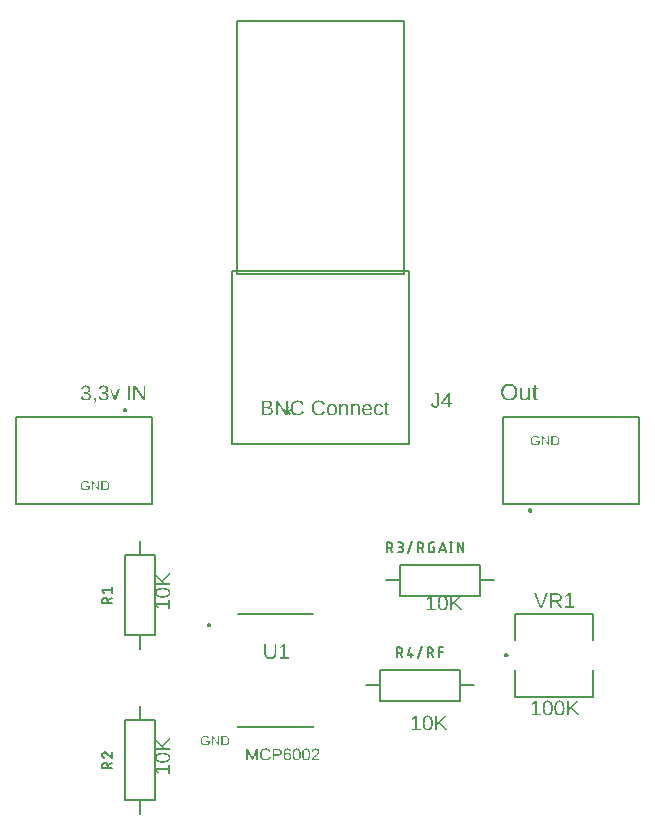
<source format=gbr>
G04 EAGLE Gerber RS-274X export*
G75*
%MOMM*%
%FSLAX34Y34*%
%LPD*%
%INSilkscreen Top*%
%IPPOS*%
%AMOC8*
5,1,8,0,0,1.08239X$1,22.5*%
G01*
G04 Define Apertures*
%ADD10C,0.127000*%
%ADD11C,0.200000*%
%ADD12C,0.203200*%
%ADD13C,0.152400*%
G36*
X446735Y685625D02*
X446473Y685631D01*
X446219Y685650D01*
X445974Y685682D01*
X445737Y685726D01*
X445288Y685853D01*
X444871Y686030D01*
X444488Y686258D01*
X444138Y686536D01*
X443822Y686865D01*
X443538Y687245D01*
X443288Y687674D01*
X443070Y688148D01*
X442887Y688670D01*
X442737Y689238D01*
X442620Y689852D01*
X442536Y690513D01*
X442486Y691221D01*
X442469Y691975D01*
X442486Y692745D01*
X442534Y693465D01*
X442615Y694135D01*
X442729Y694756D01*
X442875Y695326D01*
X443053Y695847D01*
X443264Y696318D01*
X443507Y696739D01*
X443786Y697111D01*
X444102Y697433D01*
X444455Y697705D01*
X444846Y697928D01*
X445275Y698102D01*
X445504Y698170D01*
X445742Y698226D01*
X445989Y698269D01*
X446246Y698300D01*
X446512Y698319D01*
X446787Y698325D01*
X447056Y698318D01*
X447315Y698300D01*
X447565Y698268D01*
X447806Y698225D01*
X448039Y698168D01*
X448262Y698099D01*
X448683Y697924D01*
X449067Y697699D01*
X449416Y697423D01*
X449729Y697098D01*
X450006Y696722D01*
X450249Y696297D01*
X450460Y695824D01*
X450639Y695303D01*
X450785Y694734D01*
X450898Y694116D01*
X450979Y693451D01*
X451028Y692737D01*
X451044Y691975D01*
X451027Y691225D01*
X450976Y690520D01*
X450891Y689862D01*
X450771Y689249D01*
X450618Y688681D01*
X450431Y688160D01*
X450209Y687684D01*
X449954Y687254D01*
X449665Y686872D01*
X449344Y686541D01*
X448990Y686261D01*
X448604Y686032D01*
X448185Y685854D01*
X447734Y685727D01*
X447496Y685682D01*
X447251Y685650D01*
X446997Y685631D01*
X446735Y685625D01*
G37*
%LPC*%
G36*
X446752Y686912D02*
X447089Y686932D01*
X447402Y686990D01*
X447692Y687087D01*
X447959Y687223D01*
X448202Y687398D01*
X448423Y687612D01*
X448619Y687865D01*
X448793Y688156D01*
X448945Y688488D01*
X449077Y688861D01*
X449188Y689276D01*
X449279Y689733D01*
X449350Y690231D01*
X449401Y690770D01*
X449431Y691352D01*
X449441Y691975D01*
X449432Y692620D01*
X449403Y693218D01*
X449354Y693771D01*
X449287Y694278D01*
X449200Y694739D01*
X449094Y695154D01*
X448968Y695523D01*
X448824Y695846D01*
X448657Y696127D01*
X448465Y696371D01*
X448248Y696577D01*
X448006Y696746D01*
X447739Y696877D01*
X447447Y696971D01*
X447130Y697027D01*
X446787Y697046D01*
X446437Y697027D01*
X446112Y696972D01*
X445812Y696880D01*
X445538Y696750D01*
X445290Y696584D01*
X445067Y696381D01*
X444870Y696141D01*
X444698Y695864D01*
X444550Y695544D01*
X444421Y695177D01*
X444312Y694762D01*
X444222Y694300D01*
X444153Y693790D01*
X444103Y693233D01*
X444073Y692628D01*
X444063Y691975D01*
X444074Y691340D01*
X444104Y690749D01*
X444154Y690202D01*
X444224Y689700D01*
X444315Y689241D01*
X444426Y688827D01*
X444556Y688456D01*
X444707Y688130D01*
X444880Y687844D01*
X445076Y687597D01*
X445297Y687388D01*
X445540Y687217D01*
X445808Y687084D01*
X446099Y686988D01*
X446414Y686931D01*
X446752Y686912D01*
G37*
%LPD*%
G36*
X456704Y685625D02*
X456442Y685631D01*
X456188Y685650D01*
X455943Y685682D01*
X455706Y685726D01*
X455256Y685853D01*
X454840Y686030D01*
X454457Y686258D01*
X454107Y686536D01*
X453790Y686865D01*
X453507Y687245D01*
X453256Y687674D01*
X453039Y688148D01*
X452856Y688670D01*
X452705Y689238D01*
X452588Y689852D01*
X452505Y690513D01*
X452455Y691221D01*
X452438Y691975D01*
X452454Y692745D01*
X452503Y693465D01*
X452584Y694135D01*
X452698Y694756D01*
X452844Y695326D01*
X453022Y695847D01*
X453233Y696318D01*
X453476Y696739D01*
X453754Y697111D01*
X454070Y697433D01*
X454424Y697705D01*
X454815Y697928D01*
X455244Y698102D01*
X455472Y698170D01*
X455710Y698226D01*
X455958Y698269D01*
X456214Y698300D01*
X456481Y698319D01*
X456756Y698325D01*
X457024Y698318D01*
X457284Y698300D01*
X457534Y698268D01*
X457775Y698225D01*
X458008Y698168D01*
X458231Y698099D01*
X458651Y697924D01*
X459036Y697699D01*
X459385Y697423D01*
X459698Y697098D01*
X459975Y696722D01*
X460218Y696297D01*
X460429Y695824D01*
X460607Y695303D01*
X460753Y694734D01*
X460867Y694116D01*
X460948Y693451D01*
X460997Y692737D01*
X461013Y691975D01*
X460996Y691225D01*
X460945Y690520D01*
X460859Y689862D01*
X460740Y689249D01*
X460587Y688681D01*
X460399Y688160D01*
X460178Y687684D01*
X459922Y687254D01*
X459634Y686872D01*
X459312Y686541D01*
X458959Y686261D01*
X458572Y686032D01*
X458154Y685854D01*
X457703Y685727D01*
X457465Y685682D01*
X457219Y685650D01*
X456966Y685631D01*
X456704Y685625D01*
G37*
%LPC*%
G36*
X456721Y686912D02*
X457058Y686932D01*
X457371Y686990D01*
X457661Y687087D01*
X457928Y687223D01*
X458171Y687398D01*
X458391Y687612D01*
X458588Y687865D01*
X458762Y688156D01*
X458914Y688488D01*
X459045Y688861D01*
X459157Y689276D01*
X459248Y689733D01*
X459319Y690231D01*
X459369Y690770D01*
X459400Y691352D01*
X459410Y691975D01*
X459400Y692620D01*
X459371Y693218D01*
X459323Y693771D01*
X459256Y694278D01*
X459169Y694739D01*
X459063Y695154D01*
X458937Y695523D01*
X458793Y695846D01*
X458626Y696127D01*
X458434Y696371D01*
X458217Y696577D01*
X457975Y696746D01*
X457708Y696877D01*
X457416Y696971D01*
X457098Y697027D01*
X456756Y697046D01*
X456405Y697027D01*
X456080Y696972D01*
X455781Y696880D01*
X455507Y696750D01*
X455259Y696584D01*
X455036Y696381D01*
X454839Y696141D01*
X454667Y695864D01*
X454518Y695544D01*
X454389Y695177D01*
X454280Y694762D01*
X454191Y694300D01*
X454122Y693790D01*
X454072Y693233D01*
X454042Y692628D01*
X454032Y691975D01*
X454042Y691340D01*
X454072Y690749D01*
X454123Y690202D01*
X454193Y689700D01*
X454284Y689241D01*
X454394Y688827D01*
X454525Y688456D01*
X454676Y688130D01*
X454849Y687844D01*
X455045Y687597D01*
X455265Y687388D01*
X455509Y687217D01*
X455777Y687084D01*
X456068Y686988D01*
X456383Y686931D01*
X456721Y686912D01*
G37*
%LPD*%
G36*
X464851Y685800D02*
X463178Y685800D01*
X463178Y698141D01*
X464851Y698141D01*
X464851Y691957D01*
X470798Y698141D01*
X472768Y698141D01*
X467513Y692781D01*
X473469Y685800D01*
X471393Y685800D01*
X466462Y691756D01*
X464851Y690530D01*
X464851Y685800D01*
G37*
G36*
X440900Y685800D02*
X433166Y685800D01*
X433166Y687140D01*
X436311Y687140D01*
X436311Y696634D01*
X433525Y694646D01*
X433525Y696135D01*
X436442Y698141D01*
X437896Y698141D01*
X437896Y687140D01*
X440900Y687140D01*
X440900Y685800D01*
G37*
G36*
X414200Y952304D02*
X413677Y952317D01*
X413172Y952358D01*
X412685Y952425D01*
X412217Y952520D01*
X411767Y952641D01*
X411335Y952789D01*
X410921Y952965D01*
X410526Y953167D01*
X410151Y953395D01*
X409799Y953647D01*
X409470Y953923D01*
X409163Y954223D01*
X408880Y954547D01*
X408619Y954896D01*
X408381Y955268D01*
X408166Y955664D01*
X407975Y956081D01*
X407810Y956515D01*
X407670Y956966D01*
X407555Y957434D01*
X407466Y957919D01*
X407403Y958421D01*
X407364Y958940D01*
X407352Y959476D01*
X407359Y959885D01*
X407380Y960282D01*
X407416Y960669D01*
X407465Y961044D01*
X407529Y961407D01*
X407607Y961760D01*
X407699Y962101D01*
X407805Y962430D01*
X407926Y962749D01*
X408061Y963056D01*
X408210Y963352D01*
X408373Y963636D01*
X408550Y963909D01*
X408741Y964171D01*
X408947Y964422D01*
X409167Y964661D01*
X409399Y964888D01*
X409643Y965099D01*
X409897Y965296D01*
X410163Y965479D01*
X410440Y965647D01*
X410728Y965800D01*
X411027Y965939D01*
X411338Y966063D01*
X411659Y966173D01*
X411991Y966267D01*
X412335Y966348D01*
X412690Y966413D01*
X413056Y966465D01*
X413432Y966501D01*
X413821Y966523D01*
X414220Y966530D01*
X414738Y966517D01*
X415239Y966478D01*
X415723Y966412D01*
X416189Y966321D01*
X416638Y966203D01*
X417069Y966058D01*
X417483Y965888D01*
X417879Y965691D01*
X418255Y965470D01*
X418609Y965224D01*
X418939Y964955D01*
X419247Y964662D01*
X419532Y964346D01*
X419793Y964005D01*
X420033Y963641D01*
X420249Y963253D01*
X420441Y962844D01*
X420607Y962417D01*
X420748Y961972D01*
X420863Y961509D01*
X420953Y961028D01*
X421017Y960529D01*
X421055Y960011D01*
X421068Y959476D01*
X421055Y958942D01*
X421016Y958425D01*
X420951Y957926D01*
X420861Y957442D01*
X420744Y956976D01*
X420602Y956527D01*
X420433Y956094D01*
X420239Y955679D01*
X420020Y955284D01*
X419779Y954912D01*
X419516Y954564D01*
X419230Y954239D01*
X418921Y953938D01*
X418590Y953661D01*
X418236Y953407D01*
X417860Y953177D01*
X417463Y952972D01*
X417050Y952795D01*
X416618Y952645D01*
X416170Y952522D01*
X415704Y952427D01*
X415220Y952358D01*
X414719Y952317D01*
X414200Y952304D01*
G37*
%LPC*%
G36*
X414200Y953825D02*
X414781Y953848D01*
X415327Y953917D01*
X415839Y954032D01*
X416316Y954194D01*
X416758Y954401D01*
X417165Y954655D01*
X417537Y954955D01*
X417874Y955301D01*
X418175Y955689D01*
X418435Y956116D01*
X418655Y956580D01*
X418835Y957083D01*
X418975Y957624D01*
X419075Y958203D01*
X419135Y958820D01*
X419155Y959476D01*
X419135Y960104D01*
X419074Y960697D01*
X418973Y961255D01*
X418832Y961779D01*
X418651Y962268D01*
X418429Y962723D01*
X418167Y963143D01*
X417865Y963528D01*
X417525Y963873D01*
X417153Y964172D01*
X416747Y964425D01*
X416308Y964632D01*
X415836Y964793D01*
X415331Y964908D01*
X414792Y964977D01*
X414220Y965000D01*
X413643Y964977D01*
X413100Y964909D01*
X412591Y964796D01*
X412115Y964637D01*
X411673Y964433D01*
X411265Y964183D01*
X410891Y963888D01*
X410550Y963548D01*
X410247Y963166D01*
X409984Y962749D01*
X409761Y962294D01*
X409579Y961804D01*
X409437Y961276D01*
X409336Y960713D01*
X409275Y960113D01*
X409255Y959476D01*
X409276Y958843D01*
X409337Y958243D01*
X409439Y957677D01*
X409583Y957144D01*
X409767Y956646D01*
X409992Y956180D01*
X410258Y955748D01*
X410565Y955350D01*
X410908Y954993D01*
X411283Y954683D01*
X411690Y954421D01*
X412129Y954206D01*
X412599Y954039D01*
X413101Y953920D01*
X413635Y953848D01*
X413913Y953830D01*
X414200Y953825D01*
G37*
%LPD*%
G36*
X426695Y952304D02*
X426273Y952317D01*
X425881Y952358D01*
X425517Y952426D01*
X425183Y952521D01*
X424878Y952643D01*
X424603Y952792D01*
X424356Y952969D01*
X424139Y953172D01*
X423950Y953407D01*
X423785Y953677D01*
X423646Y953983D01*
X423532Y954324D01*
X423444Y954700D01*
X423381Y955112D01*
X423343Y955559D01*
X423330Y956042D01*
X423330Y963116D01*
X425106Y963116D01*
X425106Y956385D01*
X425119Y955890D01*
X425157Y955453D01*
X425222Y955075D01*
X425312Y954757D01*
X425430Y954487D01*
X425579Y954259D01*
X425759Y954070D01*
X425969Y953923D01*
X426221Y953811D01*
X426526Y953731D01*
X426883Y953684D01*
X427294Y953668D01*
X427604Y953681D01*
X427898Y953722D01*
X428174Y953790D01*
X428434Y953886D01*
X428677Y954009D01*
X428903Y954159D01*
X429113Y954336D01*
X429305Y954541D01*
X429478Y954770D01*
X429627Y955020D01*
X429753Y955291D01*
X429857Y955583D01*
X429937Y955897D01*
X429995Y956231D01*
X430029Y956587D01*
X430041Y956964D01*
X430041Y963116D01*
X431807Y963116D01*
X431807Y954766D01*
X431822Y953273D01*
X431840Y952796D01*
X431866Y952500D01*
X430198Y952500D01*
X430178Y952765D01*
X430154Y953260D01*
X430119Y954315D01*
X430090Y954315D01*
X429774Y953806D01*
X429607Y953581D01*
X429434Y953377D01*
X429255Y953193D01*
X429070Y953028D01*
X428879Y952884D01*
X428682Y952760D01*
X428476Y952653D01*
X428258Y952560D01*
X428028Y952482D01*
X427786Y952418D01*
X427531Y952368D01*
X427265Y952332D01*
X426986Y952311D01*
X426695Y952304D01*
G37*
G36*
X436862Y952343D02*
X436606Y952352D01*
X436366Y952381D01*
X436142Y952428D01*
X435935Y952493D01*
X435745Y952578D01*
X435571Y952681D01*
X435414Y952803D01*
X435273Y952944D01*
X435149Y953104D01*
X435041Y953282D01*
X434950Y953479D01*
X434876Y953695D01*
X434818Y953930D01*
X434776Y954183D01*
X434751Y954456D01*
X434743Y954747D01*
X434743Y961831D01*
X433517Y961831D01*
X433517Y963116D01*
X434812Y963116D01*
X435332Y965490D01*
X436509Y965490D01*
X436509Y963116D01*
X438471Y963116D01*
X438471Y961831D01*
X436509Y961831D01*
X436509Y955129D01*
X436525Y954775D01*
X436572Y954478D01*
X436650Y954238D01*
X436759Y954055D01*
X436907Y953920D01*
X437101Y953823D01*
X437342Y953765D01*
X437628Y953746D01*
X437824Y953755D01*
X438059Y953780D01*
X438648Y953883D01*
X438648Y952578D01*
X438209Y952476D01*
X437765Y952402D01*
X437316Y952358D01*
X436862Y952343D01*
G37*
G36*
X97573Y952500D02*
X96084Y952500D01*
X96084Y964841D01*
X98028Y964841D01*
X104702Y954260D01*
X104624Y955741D01*
X104597Y956748D01*
X104597Y964841D01*
X106104Y964841D01*
X106104Y952500D01*
X104089Y952500D01*
X97485Y963010D01*
X97529Y962161D01*
X97573Y960698D01*
X97573Y952500D01*
G37*
G36*
X55801Y952325D02*
X55344Y952338D01*
X54911Y952378D01*
X54502Y952444D01*
X54116Y952536D01*
X53754Y952655D01*
X53416Y952800D01*
X53101Y952972D01*
X52810Y953170D01*
X52545Y953394D01*
X52308Y953643D01*
X52100Y953918D01*
X51920Y954218D01*
X51768Y954543D01*
X51645Y954894D01*
X51550Y955269D01*
X51483Y955671D01*
X53112Y955819D01*
X53160Y955554D01*
X53223Y955306D01*
X53303Y955075D01*
X53399Y954862D01*
X53510Y954665D01*
X53638Y954485D01*
X53782Y954323D01*
X53942Y954177D01*
X54118Y954049D01*
X54310Y953938D01*
X54519Y953844D01*
X54743Y953767D01*
X54983Y953707D01*
X55240Y953664D01*
X55512Y953638D01*
X55801Y953630D01*
X56091Y953639D01*
X56365Y953667D01*
X56622Y953712D01*
X56864Y953777D01*
X57090Y953859D01*
X57300Y953960D01*
X57493Y954079D01*
X57671Y954217D01*
X57830Y954372D01*
X57968Y954546D01*
X58085Y954737D01*
X58180Y954946D01*
X58254Y955173D01*
X58307Y955417D01*
X58339Y955679D01*
X58350Y955960D01*
X58338Y956205D01*
X58301Y956436D01*
X58241Y956653D01*
X58156Y956856D01*
X58047Y957046D01*
X57914Y957222D01*
X57756Y957384D01*
X57575Y957532D01*
X57370Y957664D01*
X57144Y957779D01*
X56897Y957876D01*
X56628Y957955D01*
X56337Y958017D01*
X56025Y958061D01*
X55692Y958088D01*
X55337Y958097D01*
X54444Y958097D01*
X54444Y959463D01*
X55302Y959463D01*
X55617Y959472D01*
X55914Y959498D01*
X56192Y959542D01*
X56453Y959604D01*
X56695Y959684D01*
X56919Y959781D01*
X57124Y959896D01*
X57312Y960028D01*
X57479Y960176D01*
X57624Y960338D01*
X57747Y960513D01*
X57847Y960701D01*
X57925Y960903D01*
X57981Y961119D01*
X58015Y961349D01*
X58026Y961591D01*
X58017Y961832D01*
X57989Y962060D01*
X57944Y962275D01*
X57880Y962477D01*
X57798Y962666D01*
X57698Y962842D01*
X57580Y963005D01*
X57443Y963155D01*
X57289Y963289D01*
X57117Y963406D01*
X56927Y963504D01*
X56720Y963585D01*
X56495Y963648D01*
X56252Y963693D01*
X55992Y963719D01*
X55714Y963728D01*
X55459Y963720D01*
X55217Y963695D01*
X54988Y963653D01*
X54771Y963595D01*
X54566Y963520D01*
X54374Y963428D01*
X54195Y963319D01*
X54028Y963194D01*
X53875Y963054D01*
X53739Y962900D01*
X53620Y962732D01*
X53518Y962550D01*
X53433Y962355D01*
X53365Y962146D01*
X53313Y961924D01*
X53279Y961688D01*
X51693Y961810D01*
X51751Y962179D01*
X51838Y962526D01*
X51952Y962853D01*
X52095Y963159D01*
X52266Y963444D01*
X52466Y963709D01*
X52694Y963952D01*
X52950Y964175D01*
X53230Y964374D01*
X53530Y964547D01*
X53848Y964693D01*
X54186Y964812D01*
X54544Y964905D01*
X54920Y964972D01*
X55316Y965011D01*
X55731Y965025D01*
X56182Y965011D01*
X56608Y964971D01*
X57007Y964903D01*
X57381Y964809D01*
X57729Y964688D01*
X58051Y964539D01*
X58347Y964364D01*
X58617Y964162D01*
X58858Y963936D01*
X59067Y963688D01*
X59244Y963420D01*
X59389Y963130D01*
X59501Y962818D01*
X59582Y962486D01*
X59630Y962133D01*
X59646Y961758D01*
X59636Y961469D01*
X59605Y961194D01*
X59553Y960933D01*
X59481Y960686D01*
X59388Y960453D01*
X59274Y960233D01*
X59140Y960027D01*
X58985Y959835D01*
X58810Y959658D01*
X58617Y959495D01*
X58405Y959347D01*
X58174Y959215D01*
X57924Y959097D01*
X57655Y958994D01*
X57368Y958906D01*
X57062Y958832D01*
X57062Y958797D01*
X57399Y958750D01*
X57716Y958684D01*
X58014Y958597D01*
X58293Y958491D01*
X58553Y958365D01*
X58793Y958219D01*
X59015Y958054D01*
X59217Y957869D01*
X59398Y957668D01*
X59554Y957454D01*
X59687Y957228D01*
X59795Y956989D01*
X59879Y956737D01*
X59940Y956473D01*
X59976Y956196D01*
X59988Y955907D01*
X59971Y955492D01*
X59920Y955101D01*
X59835Y954735D01*
X59716Y954392D01*
X59563Y954073D01*
X59377Y953779D01*
X59156Y953508D01*
X58902Y953262D01*
X58616Y953042D01*
X58301Y952852D01*
X57957Y952691D01*
X57583Y952559D01*
X57181Y952457D01*
X56750Y952383D01*
X56290Y952340D01*
X55801Y952325D01*
G37*
G36*
X70739Y952325D02*
X70282Y952338D01*
X69849Y952378D01*
X69439Y952444D01*
X69054Y952536D01*
X68692Y952655D01*
X68353Y952800D01*
X68039Y952972D01*
X67748Y953170D01*
X67483Y953394D01*
X67246Y953643D01*
X67038Y953918D01*
X66857Y954218D01*
X66706Y954543D01*
X66582Y954894D01*
X66487Y955269D01*
X66421Y955671D01*
X68050Y955819D01*
X68097Y955554D01*
X68161Y955306D01*
X68240Y955075D01*
X68336Y954862D01*
X68448Y954665D01*
X68576Y954485D01*
X68720Y954323D01*
X68880Y954177D01*
X69056Y954049D01*
X69248Y953938D01*
X69456Y953844D01*
X69680Y953767D01*
X69921Y953707D01*
X70177Y953664D01*
X70450Y953638D01*
X70739Y953630D01*
X71028Y953639D01*
X71302Y953667D01*
X71560Y953712D01*
X71802Y953777D01*
X72027Y953859D01*
X72237Y953960D01*
X72431Y954079D01*
X72609Y954217D01*
X72768Y954372D01*
X72906Y954546D01*
X73022Y954737D01*
X73118Y954946D01*
X73192Y955173D01*
X73245Y955417D01*
X73277Y955679D01*
X73287Y955960D01*
X73275Y956205D01*
X73239Y956436D01*
X73178Y956653D01*
X73094Y956856D01*
X72985Y957046D01*
X72851Y957222D01*
X72694Y957384D01*
X72512Y957532D01*
X72308Y957664D01*
X72082Y957779D01*
X71834Y957876D01*
X71565Y957955D01*
X71275Y958017D01*
X70963Y958061D01*
X70629Y958088D01*
X70274Y958097D01*
X69381Y958097D01*
X69381Y959463D01*
X70239Y959463D01*
X70554Y959472D01*
X70851Y959498D01*
X71130Y959542D01*
X71390Y959604D01*
X71632Y959684D01*
X71856Y959781D01*
X72062Y959896D01*
X72249Y960028D01*
X72417Y960176D01*
X72562Y960338D01*
X72684Y960513D01*
X72785Y960701D01*
X72863Y960903D01*
X72919Y961119D01*
X72952Y961349D01*
X72963Y961591D01*
X72954Y961832D01*
X72927Y962060D01*
X72881Y962275D01*
X72818Y962477D01*
X72736Y962666D01*
X72636Y962842D01*
X72517Y963005D01*
X72381Y963155D01*
X72226Y963289D01*
X72054Y963406D01*
X71865Y963504D01*
X71657Y963585D01*
X71432Y963648D01*
X71189Y963693D01*
X70929Y963719D01*
X70651Y963728D01*
X70397Y963720D01*
X70155Y963695D01*
X69925Y963653D01*
X69708Y963595D01*
X69504Y963520D01*
X69312Y963428D01*
X69132Y963319D01*
X68965Y963194D01*
X68813Y963054D01*
X68677Y962900D01*
X68558Y962732D01*
X68456Y962550D01*
X68371Y962355D01*
X68302Y962146D01*
X68251Y961924D01*
X68216Y961688D01*
X66631Y961810D01*
X66689Y962179D01*
X66775Y962526D01*
X66890Y962853D01*
X67033Y963159D01*
X67204Y963444D01*
X67404Y963709D01*
X67631Y963952D01*
X67888Y964175D01*
X68168Y964374D01*
X68467Y964547D01*
X68786Y964693D01*
X69124Y964812D01*
X69481Y964905D01*
X69858Y964972D01*
X70253Y965011D01*
X70669Y965025D01*
X71120Y965011D01*
X71545Y964971D01*
X71945Y964903D01*
X72318Y964809D01*
X72666Y964688D01*
X72988Y964539D01*
X73284Y964364D01*
X73555Y964162D01*
X73796Y963936D01*
X74005Y963688D01*
X74182Y963420D01*
X74326Y963130D01*
X74439Y962818D01*
X74519Y962486D01*
X74568Y962133D01*
X74584Y961758D01*
X74573Y961469D01*
X74542Y961194D01*
X74491Y960933D01*
X74418Y960686D01*
X74325Y960453D01*
X74212Y960233D01*
X74077Y960027D01*
X73922Y959835D01*
X73748Y959658D01*
X73554Y959495D01*
X73342Y959347D01*
X73111Y959215D01*
X72861Y959097D01*
X72593Y958994D01*
X72306Y958906D01*
X72000Y958832D01*
X72000Y958797D01*
X72336Y958750D01*
X72653Y958684D01*
X72952Y958597D01*
X73230Y958491D01*
X73490Y958365D01*
X73731Y958219D01*
X73952Y958054D01*
X74154Y957869D01*
X74335Y957668D01*
X74492Y957454D01*
X74624Y957228D01*
X74733Y956989D01*
X74817Y956737D01*
X74877Y956473D01*
X74913Y956196D01*
X74925Y955907D01*
X74908Y955492D01*
X74857Y955101D01*
X74772Y954735D01*
X74654Y954392D01*
X74501Y954073D01*
X74314Y953779D01*
X74094Y953508D01*
X73839Y953262D01*
X73553Y953042D01*
X73238Y952852D01*
X72894Y952691D01*
X72521Y952559D01*
X72119Y952457D01*
X71688Y952383D01*
X71228Y952340D01*
X70739Y952325D01*
G37*
G36*
X81075Y952500D02*
X79210Y952500D01*
X75768Y961977D01*
X77449Y961977D01*
X79534Y955811D01*
X80138Y953735D01*
X80445Y954760D01*
X80786Y955793D01*
X82941Y961977D01*
X84614Y961977D01*
X81075Y952500D01*
G37*
G36*
X92972Y952500D02*
X91299Y952500D01*
X91299Y964841D01*
X92972Y964841D01*
X92972Y952500D01*
G37*
G36*
X63458Y950205D02*
X62380Y950205D01*
X62573Y950502D01*
X62741Y950795D01*
X62882Y951086D01*
X62998Y951375D01*
X63088Y951660D01*
X63152Y951943D01*
X63191Y952223D01*
X63204Y952500D01*
X62433Y952500D01*
X62433Y954418D01*
X64141Y954418D01*
X64141Y952947D01*
X64130Y952502D01*
X64099Y952095D01*
X64047Y951727D01*
X63974Y951396D01*
X63880Y951089D01*
X63762Y950788D01*
X63621Y950493D01*
X63458Y950205D01*
G37*
G36*
X452879Y914400D02*
X449928Y914400D01*
X449928Y922290D01*
X452538Y922290D01*
X453025Y922275D01*
X453483Y922228D01*
X453913Y922149D01*
X454314Y922039D01*
X454686Y921898D01*
X455030Y921725D01*
X455345Y921521D01*
X455632Y921285D01*
X455887Y921021D01*
X456108Y920730D01*
X456296Y920412D01*
X456449Y920068D01*
X456568Y919697D01*
X456653Y919300D01*
X456704Y918877D01*
X456721Y918426D01*
X456714Y918126D01*
X456691Y917835D01*
X456654Y917554D01*
X456602Y917282D01*
X456535Y917020D01*
X456453Y916767D01*
X456357Y916524D01*
X456245Y916290D01*
X456120Y916068D01*
X455982Y915859D01*
X455832Y915664D01*
X455670Y915481D01*
X455495Y915313D01*
X455307Y915158D01*
X455108Y915016D01*
X454895Y914887D01*
X454673Y914773D01*
X454442Y914674D01*
X454202Y914590D01*
X453955Y914522D01*
X453698Y914469D01*
X453434Y914430D01*
X453161Y914408D01*
X452879Y914400D01*
G37*
%LPC*%
G36*
X452756Y915257D02*
X453177Y915281D01*
X453572Y915352D01*
X453940Y915471D01*
X454282Y915638D01*
X454592Y915849D01*
X454864Y916102D01*
X455098Y916398D01*
X455293Y916735D01*
X455447Y917110D01*
X455558Y917516D01*
X455624Y917955D01*
X455646Y918426D01*
X455633Y918782D01*
X455596Y919116D01*
X455533Y919429D01*
X455445Y919719D01*
X455332Y919988D01*
X455194Y920235D01*
X455031Y920460D01*
X454842Y920664D01*
X454630Y920844D01*
X454396Y921000D01*
X454138Y921133D01*
X453859Y921241D01*
X453557Y921325D01*
X453232Y921385D01*
X452885Y921422D01*
X452515Y921434D01*
X450998Y921434D01*
X450998Y915257D01*
X452756Y915257D01*
G37*
%LPD*%
G36*
X442599Y914400D02*
X441647Y914400D01*
X441647Y922290D01*
X442890Y922290D01*
X447157Y915526D01*
X447107Y916472D01*
X447090Y917116D01*
X447090Y922290D01*
X448053Y922290D01*
X448053Y914400D01*
X446765Y914400D01*
X442543Y921120D01*
X442571Y920577D01*
X442599Y919642D01*
X442599Y914400D01*
G37*
G36*
X436353Y914288D02*
X436049Y914296D01*
X435755Y914319D01*
X435473Y914357D01*
X435201Y914411D01*
X434939Y914480D01*
X434689Y914565D01*
X434449Y914665D01*
X434219Y914781D01*
X434002Y914911D01*
X433798Y915054D01*
X433607Y915211D01*
X433429Y915382D01*
X433264Y915566D01*
X433113Y915764D01*
X432975Y915975D01*
X432850Y916200D01*
X432739Y916437D01*
X432643Y916684D01*
X432562Y916942D01*
X432495Y917209D01*
X432443Y917487D01*
X432406Y917775D01*
X432384Y918073D01*
X432377Y918382D01*
X432393Y918848D01*
X432441Y919288D01*
X432522Y919700D01*
X432634Y920085D01*
X432779Y920444D01*
X432956Y920775D01*
X433166Y921078D01*
X433407Y921355D01*
X433678Y921602D01*
X433975Y921816D01*
X434297Y921997D01*
X434646Y922145D01*
X435021Y922260D01*
X435422Y922342D01*
X435849Y922392D01*
X436302Y922408D01*
X436622Y922401D01*
X436927Y922380D01*
X437216Y922346D01*
X437490Y922297D01*
X437748Y922235D01*
X437991Y922159D01*
X438218Y922069D01*
X438430Y921966D01*
X438629Y921847D01*
X438816Y921711D01*
X438991Y921559D01*
X439154Y921390D01*
X439306Y921205D01*
X439446Y921003D01*
X439574Y920784D01*
X439690Y920549D01*
X438671Y920246D01*
X438487Y920560D01*
X438271Y920827D01*
X438024Y921050D01*
X437744Y921226D01*
X437431Y921361D01*
X437081Y921457D01*
X436696Y921515D01*
X436274Y921534D01*
X435943Y921521D01*
X435631Y921483D01*
X435340Y921418D01*
X435069Y921328D01*
X434818Y921212D01*
X434587Y921070D01*
X434376Y920902D01*
X434186Y920708D01*
X434016Y920491D01*
X433870Y920253D01*
X433745Y919994D01*
X433644Y919714D01*
X433565Y919412D01*
X433508Y919090D01*
X433474Y918746D01*
X433463Y918382D01*
X433475Y918018D01*
X433511Y917673D01*
X433571Y917349D01*
X433655Y917044D01*
X433763Y916759D01*
X433895Y916493D01*
X434051Y916247D01*
X434230Y916021D01*
X434431Y915818D01*
X434651Y915643D01*
X434888Y915494D01*
X435145Y915372D01*
X435419Y915278D01*
X435712Y915210D01*
X436023Y915170D01*
X436353Y915156D01*
X436733Y915171D01*
X437100Y915215D01*
X437454Y915288D01*
X437795Y915391D01*
X438113Y915519D01*
X438400Y915668D01*
X438655Y915838D01*
X438878Y916030D01*
X438878Y917452D01*
X436521Y917452D01*
X436521Y918348D01*
X439864Y918348D01*
X439864Y915626D01*
X439533Y915325D01*
X439166Y915060D01*
X438764Y914831D01*
X438327Y914638D01*
X437862Y914485D01*
X437378Y914376D01*
X436875Y914310D01*
X436353Y914288D01*
G37*
G36*
X71879Y876300D02*
X68928Y876300D01*
X68928Y884190D01*
X71538Y884190D01*
X72025Y884175D01*
X72483Y884128D01*
X72913Y884049D01*
X73314Y883939D01*
X73686Y883798D01*
X74030Y883625D01*
X74345Y883421D01*
X74632Y883185D01*
X74887Y882921D01*
X75108Y882630D01*
X75296Y882312D01*
X75449Y881968D01*
X75568Y881597D01*
X75653Y881200D01*
X75704Y880777D01*
X75721Y880326D01*
X75714Y880026D01*
X75691Y879735D01*
X75654Y879454D01*
X75602Y879182D01*
X75535Y878920D01*
X75453Y878667D01*
X75357Y878424D01*
X75245Y878190D01*
X75120Y877968D01*
X74982Y877759D01*
X74832Y877564D01*
X74670Y877381D01*
X74495Y877213D01*
X74307Y877058D01*
X74108Y876916D01*
X73895Y876787D01*
X73673Y876673D01*
X73442Y876574D01*
X73202Y876490D01*
X72955Y876422D01*
X72698Y876369D01*
X72434Y876330D01*
X72161Y876308D01*
X71879Y876300D01*
G37*
%LPC*%
G36*
X71756Y877157D02*
X72177Y877181D01*
X72572Y877252D01*
X72940Y877371D01*
X73282Y877538D01*
X73592Y877749D01*
X73864Y878002D01*
X74098Y878298D01*
X74293Y878635D01*
X74447Y879010D01*
X74558Y879416D01*
X74624Y879855D01*
X74646Y880326D01*
X74633Y880682D01*
X74596Y881016D01*
X74533Y881329D01*
X74445Y881619D01*
X74332Y881888D01*
X74194Y882135D01*
X74031Y882360D01*
X73842Y882564D01*
X73630Y882744D01*
X73396Y882900D01*
X73138Y883033D01*
X72859Y883141D01*
X72557Y883225D01*
X72232Y883285D01*
X71885Y883322D01*
X71515Y883334D01*
X69998Y883334D01*
X69998Y877157D01*
X71756Y877157D01*
G37*
%LPD*%
G36*
X61599Y876300D02*
X60647Y876300D01*
X60647Y884190D01*
X61890Y884190D01*
X66157Y877426D01*
X66107Y878372D01*
X66090Y879016D01*
X66090Y884190D01*
X67053Y884190D01*
X67053Y876300D01*
X65765Y876300D01*
X61543Y883020D01*
X61571Y882477D01*
X61599Y881542D01*
X61599Y876300D01*
G37*
G36*
X55353Y876188D02*
X55049Y876196D01*
X54755Y876219D01*
X54473Y876257D01*
X54201Y876311D01*
X53939Y876380D01*
X53689Y876465D01*
X53449Y876565D01*
X53219Y876681D01*
X53002Y876811D01*
X52798Y876954D01*
X52607Y877111D01*
X52429Y877282D01*
X52264Y877466D01*
X52113Y877664D01*
X51975Y877875D01*
X51850Y878100D01*
X51739Y878337D01*
X51643Y878584D01*
X51562Y878842D01*
X51495Y879109D01*
X51443Y879387D01*
X51406Y879675D01*
X51384Y879973D01*
X51377Y880282D01*
X51393Y880748D01*
X51441Y881188D01*
X51522Y881600D01*
X51634Y881985D01*
X51779Y882344D01*
X51956Y882675D01*
X52166Y882978D01*
X52407Y883255D01*
X52678Y883502D01*
X52975Y883716D01*
X53297Y883897D01*
X53646Y884045D01*
X54021Y884160D01*
X54422Y884242D01*
X54849Y884292D01*
X55302Y884308D01*
X55622Y884301D01*
X55927Y884280D01*
X56216Y884246D01*
X56490Y884197D01*
X56748Y884135D01*
X56991Y884059D01*
X57218Y883969D01*
X57430Y883866D01*
X57629Y883747D01*
X57816Y883611D01*
X57991Y883459D01*
X58154Y883290D01*
X58306Y883105D01*
X58446Y882903D01*
X58574Y882684D01*
X58690Y882449D01*
X57671Y882146D01*
X57487Y882460D01*
X57271Y882727D01*
X57024Y882950D01*
X56744Y883126D01*
X56431Y883261D01*
X56081Y883357D01*
X55696Y883415D01*
X55274Y883434D01*
X54943Y883421D01*
X54631Y883383D01*
X54340Y883318D01*
X54069Y883228D01*
X53818Y883112D01*
X53587Y882970D01*
X53376Y882802D01*
X53186Y882608D01*
X53016Y882391D01*
X52870Y882153D01*
X52745Y881894D01*
X52644Y881614D01*
X52565Y881312D01*
X52508Y880990D01*
X52474Y880646D01*
X52463Y880282D01*
X52475Y879918D01*
X52511Y879573D01*
X52571Y879249D01*
X52655Y878944D01*
X52763Y878659D01*
X52895Y878393D01*
X53051Y878147D01*
X53230Y877921D01*
X53431Y877718D01*
X53651Y877543D01*
X53888Y877394D01*
X54145Y877272D01*
X54419Y877178D01*
X54712Y877110D01*
X55023Y877070D01*
X55353Y877056D01*
X55733Y877071D01*
X56100Y877115D01*
X56454Y877188D01*
X56795Y877291D01*
X57113Y877419D01*
X57400Y877568D01*
X57655Y877738D01*
X57878Y877930D01*
X57878Y879352D01*
X55521Y879352D01*
X55521Y880248D01*
X58864Y880248D01*
X58864Y877526D01*
X58533Y877225D01*
X58166Y876960D01*
X57764Y876731D01*
X57327Y876538D01*
X56862Y876385D01*
X56378Y876276D01*
X55875Y876210D01*
X55353Y876188D01*
G37*
G36*
X173479Y660400D02*
X170528Y660400D01*
X170528Y668290D01*
X173138Y668290D01*
X173625Y668275D01*
X174083Y668228D01*
X174513Y668149D01*
X174914Y668039D01*
X175286Y667898D01*
X175630Y667725D01*
X175945Y667521D01*
X176232Y667285D01*
X176487Y667021D01*
X176708Y666730D01*
X176896Y666412D01*
X177049Y666068D01*
X177168Y665697D01*
X177253Y665300D01*
X177304Y664877D01*
X177321Y664426D01*
X177314Y664126D01*
X177291Y663835D01*
X177254Y663554D01*
X177202Y663282D01*
X177135Y663020D01*
X177053Y662767D01*
X176957Y662524D01*
X176845Y662290D01*
X176720Y662068D01*
X176582Y661859D01*
X176432Y661664D01*
X176270Y661481D01*
X176095Y661313D01*
X175907Y661158D01*
X175708Y661016D01*
X175495Y660887D01*
X175273Y660773D01*
X175042Y660674D01*
X174802Y660590D01*
X174555Y660522D01*
X174298Y660469D01*
X174034Y660430D01*
X173761Y660408D01*
X173479Y660400D01*
G37*
%LPC*%
G36*
X173356Y661257D02*
X173777Y661281D01*
X174172Y661352D01*
X174540Y661471D01*
X174882Y661638D01*
X175192Y661849D01*
X175464Y662102D01*
X175698Y662398D01*
X175893Y662735D01*
X176047Y663110D01*
X176158Y663516D01*
X176224Y663955D01*
X176246Y664426D01*
X176233Y664782D01*
X176196Y665116D01*
X176133Y665429D01*
X176045Y665719D01*
X175932Y665988D01*
X175794Y666235D01*
X175631Y666460D01*
X175442Y666664D01*
X175230Y666844D01*
X174996Y667000D01*
X174738Y667133D01*
X174459Y667241D01*
X174157Y667325D01*
X173832Y667385D01*
X173485Y667422D01*
X173115Y667434D01*
X171598Y667434D01*
X171598Y661257D01*
X173356Y661257D01*
G37*
%LPD*%
G36*
X163199Y660400D02*
X162247Y660400D01*
X162247Y668290D01*
X163490Y668290D01*
X167757Y661526D01*
X167707Y662472D01*
X167690Y663116D01*
X167690Y668290D01*
X168653Y668290D01*
X168653Y660400D01*
X167365Y660400D01*
X163143Y667120D01*
X163171Y666577D01*
X163199Y665642D01*
X163199Y660400D01*
G37*
G36*
X156953Y660288D02*
X156649Y660296D01*
X156355Y660319D01*
X156073Y660357D01*
X155801Y660411D01*
X155539Y660480D01*
X155289Y660565D01*
X155049Y660665D01*
X154819Y660781D01*
X154602Y660911D01*
X154398Y661054D01*
X154207Y661211D01*
X154029Y661382D01*
X153864Y661566D01*
X153713Y661764D01*
X153575Y661975D01*
X153450Y662200D01*
X153339Y662437D01*
X153243Y662684D01*
X153162Y662942D01*
X153095Y663209D01*
X153043Y663487D01*
X153006Y663775D01*
X152984Y664073D01*
X152977Y664382D01*
X152993Y664848D01*
X153041Y665288D01*
X153122Y665700D01*
X153234Y666085D01*
X153379Y666444D01*
X153556Y666775D01*
X153766Y667078D01*
X154007Y667355D01*
X154278Y667602D01*
X154575Y667816D01*
X154897Y667997D01*
X155246Y668145D01*
X155621Y668260D01*
X156022Y668342D01*
X156449Y668392D01*
X156902Y668408D01*
X157222Y668401D01*
X157527Y668380D01*
X157816Y668346D01*
X158090Y668297D01*
X158348Y668235D01*
X158591Y668159D01*
X158818Y668069D01*
X159030Y667966D01*
X159229Y667847D01*
X159416Y667711D01*
X159591Y667559D01*
X159754Y667390D01*
X159906Y667205D01*
X160046Y667003D01*
X160174Y666784D01*
X160290Y666549D01*
X159271Y666246D01*
X159087Y666560D01*
X158871Y666827D01*
X158624Y667050D01*
X158344Y667226D01*
X158031Y667361D01*
X157681Y667457D01*
X157296Y667515D01*
X156874Y667534D01*
X156543Y667521D01*
X156231Y667483D01*
X155940Y667418D01*
X155669Y667328D01*
X155418Y667212D01*
X155187Y667070D01*
X154976Y666902D01*
X154786Y666708D01*
X154616Y666491D01*
X154470Y666253D01*
X154345Y665994D01*
X154244Y665714D01*
X154165Y665412D01*
X154108Y665090D01*
X154074Y664746D01*
X154063Y664382D01*
X154075Y664018D01*
X154111Y663673D01*
X154171Y663349D01*
X154255Y663044D01*
X154363Y662759D01*
X154495Y662493D01*
X154651Y662247D01*
X154830Y662021D01*
X155031Y661818D01*
X155251Y661643D01*
X155488Y661494D01*
X155745Y661372D01*
X156019Y661278D01*
X156312Y661210D01*
X156623Y661170D01*
X156953Y661156D01*
X157333Y661171D01*
X157700Y661215D01*
X158054Y661288D01*
X158395Y661391D01*
X158713Y661519D01*
X159000Y661668D01*
X159255Y661838D01*
X159478Y662030D01*
X159478Y663452D01*
X157121Y663452D01*
X157121Y664348D01*
X160464Y664348D01*
X160464Y661626D01*
X160133Y661325D01*
X159766Y661060D01*
X159364Y660831D01*
X158927Y660638D01*
X158462Y660485D01*
X157978Y660376D01*
X157475Y660310D01*
X156953Y660288D01*
G37*
G36*
X234284Y647560D02*
X233871Y647580D01*
X233486Y647641D01*
X233126Y647742D01*
X232794Y647884D01*
X232487Y648066D01*
X232207Y648289D01*
X231954Y648552D01*
X231727Y648856D01*
X231527Y649198D01*
X231353Y649578D01*
X231207Y649995D01*
X231086Y650449D01*
X230993Y650940D01*
X230926Y651469D01*
X230886Y652035D01*
X230873Y652638D01*
X230886Y653253D01*
X230925Y653829D01*
X230990Y654365D01*
X231080Y654861D01*
X231197Y655318D01*
X231340Y655734D01*
X231508Y656111D01*
X231703Y656448D01*
X231925Y656745D01*
X232178Y657002D01*
X232461Y657220D01*
X232773Y657398D01*
X233116Y657537D01*
X233489Y657636D01*
X233892Y657696D01*
X234326Y657715D01*
X234747Y657695D01*
X235141Y657635D01*
X235505Y657535D01*
X235841Y657395D01*
X236149Y657215D01*
X236427Y656994D01*
X236678Y656734D01*
X236900Y656434D01*
X237094Y656094D01*
X237263Y655716D01*
X237405Y655299D01*
X237522Y654844D01*
X237613Y654350D01*
X237678Y653818D01*
X237717Y653247D01*
X237730Y652638D01*
X237716Y652038D01*
X237675Y651475D01*
X237607Y650948D01*
X237512Y650458D01*
X237389Y650004D01*
X237239Y649587D01*
X237062Y649207D01*
X236858Y648863D01*
X236627Y648557D01*
X236370Y648293D01*
X236087Y648069D01*
X235778Y647886D01*
X235443Y647743D01*
X235083Y647641D01*
X234696Y647580D01*
X234284Y647560D01*
G37*
%LPC*%
G36*
X234298Y648589D02*
X234567Y648605D01*
X234817Y648652D01*
X235049Y648729D01*
X235262Y648838D01*
X235457Y648978D01*
X235633Y649149D01*
X235791Y649351D01*
X235930Y649584D01*
X236051Y649849D01*
X236156Y650148D01*
X236245Y650480D01*
X236318Y650845D01*
X236375Y651243D01*
X236415Y651675D01*
X236440Y652140D01*
X236448Y652638D01*
X236440Y653153D01*
X236417Y653632D01*
X236378Y654074D01*
X236324Y654480D01*
X236255Y654848D01*
X236170Y655180D01*
X236070Y655475D01*
X235954Y655733D01*
X235821Y655958D01*
X235667Y656153D01*
X235494Y656318D01*
X235300Y656453D01*
X235087Y656558D01*
X234853Y656633D01*
X234599Y656678D01*
X234326Y656693D01*
X234045Y656678D01*
X233785Y656634D01*
X233546Y656560D01*
X233327Y656456D01*
X233128Y656324D01*
X232950Y656161D01*
X232792Y655969D01*
X232655Y655747D01*
X232536Y655492D01*
X232433Y655198D01*
X232346Y654867D01*
X232274Y654497D01*
X232219Y654089D01*
X232179Y653644D01*
X232155Y653160D01*
X232147Y652638D01*
X232156Y652130D01*
X232180Y651658D01*
X232220Y651220D01*
X232276Y650818D01*
X232349Y650452D01*
X232437Y650120D01*
X232542Y649824D01*
X232662Y649563D01*
X232800Y649335D01*
X232958Y649137D01*
X233134Y648970D01*
X233329Y648833D01*
X233542Y648726D01*
X233775Y648650D01*
X234027Y648605D01*
X234298Y648589D01*
G37*
%LPD*%
G36*
X242252Y647560D02*
X241840Y647580D01*
X241454Y647641D01*
X241095Y647742D01*
X240762Y647884D01*
X240456Y648066D01*
X240176Y648289D01*
X239923Y648552D01*
X239696Y648856D01*
X239496Y649198D01*
X239322Y649578D01*
X239175Y649995D01*
X239055Y650449D01*
X238962Y650940D01*
X238895Y651469D01*
X238855Y652035D01*
X238842Y652638D01*
X238855Y653253D01*
X238893Y653829D01*
X238958Y654365D01*
X239049Y654861D01*
X239166Y655318D01*
X239308Y655734D01*
X239477Y656111D01*
X239672Y656448D01*
X239894Y656745D01*
X240147Y657002D01*
X240429Y657220D01*
X240742Y657398D01*
X241085Y657537D01*
X241458Y657636D01*
X241861Y657696D01*
X242294Y657715D01*
X242716Y657695D01*
X243109Y657635D01*
X243474Y657535D01*
X243810Y657395D01*
X244117Y657215D01*
X244396Y656994D01*
X244647Y656734D01*
X244868Y656434D01*
X245063Y656094D01*
X245231Y655716D01*
X245374Y655299D01*
X245491Y654844D01*
X245582Y654350D01*
X245646Y653818D01*
X245685Y653247D01*
X245698Y652638D01*
X245685Y652038D01*
X245644Y651475D01*
X245576Y650948D01*
X245480Y650458D01*
X245358Y650004D01*
X245208Y649587D01*
X245031Y649207D01*
X244826Y648863D01*
X244595Y648557D01*
X244338Y648293D01*
X244056Y648069D01*
X243747Y647886D01*
X243412Y647743D01*
X243051Y647641D01*
X242665Y647580D01*
X242252Y647560D01*
G37*
%LPC*%
G36*
X242266Y648589D02*
X242536Y648605D01*
X242786Y648652D01*
X243018Y648729D01*
X243231Y648838D01*
X243426Y648978D01*
X243602Y649149D01*
X243759Y649351D01*
X243898Y649584D01*
X244020Y649849D01*
X244125Y650148D01*
X244214Y650480D01*
X244287Y650845D01*
X244344Y651243D01*
X244384Y651675D01*
X244408Y652140D01*
X244417Y652638D01*
X244409Y653153D01*
X244386Y653632D01*
X244347Y654074D01*
X244293Y654480D01*
X244224Y654848D01*
X244139Y655180D01*
X244039Y655475D01*
X243923Y655733D01*
X243789Y655958D01*
X243636Y656153D01*
X243462Y656318D01*
X243269Y656453D01*
X243055Y656558D01*
X242822Y656633D01*
X242568Y656678D01*
X242294Y656693D01*
X242014Y656678D01*
X241754Y656634D01*
X241515Y656560D01*
X241296Y656456D01*
X241097Y656324D01*
X240919Y656161D01*
X240761Y655969D01*
X240624Y655747D01*
X240505Y655492D01*
X240402Y655198D01*
X240315Y654867D01*
X240243Y654497D01*
X240188Y654089D01*
X240148Y653644D01*
X240124Y653160D01*
X240116Y652638D01*
X240124Y652130D01*
X240148Y651658D01*
X240189Y651220D01*
X240245Y650818D01*
X240317Y650452D01*
X240406Y650120D01*
X240510Y649824D01*
X240631Y649563D01*
X240769Y649335D01*
X240926Y649137D01*
X241102Y648970D01*
X241297Y648833D01*
X241511Y648726D01*
X241744Y648650D01*
X241996Y648605D01*
X242266Y648589D01*
G37*
%LPD*%
G36*
X215296Y647700D02*
X213958Y647700D01*
X213958Y657568D01*
X218111Y657568D01*
X218514Y657556D01*
X218894Y657520D01*
X219251Y657459D01*
X219584Y657374D01*
X219893Y657265D01*
X220179Y657131D01*
X220442Y656973D01*
X220682Y656791D01*
X220895Y656587D01*
X221080Y656362D01*
X221236Y656118D01*
X221364Y655854D01*
X221464Y655570D01*
X221535Y655266D01*
X221578Y654942D01*
X221592Y654599D01*
X221578Y654258D01*
X221535Y653934D01*
X221463Y653629D01*
X221364Y653342D01*
X221235Y653072D01*
X221078Y652821D01*
X220892Y652587D01*
X220678Y652372D01*
X220439Y652178D01*
X220180Y652010D01*
X219900Y651868D01*
X219600Y651752D01*
X219280Y651661D01*
X218939Y651597D01*
X218577Y651558D01*
X218195Y651545D01*
X215296Y651545D01*
X215296Y647700D01*
G37*
%LPC*%
G36*
X218006Y652603D02*
X218277Y652610D01*
X218531Y652634D01*
X218768Y652672D01*
X218987Y652727D01*
X219188Y652796D01*
X219372Y652881D01*
X219538Y652982D01*
X219687Y653098D01*
X219818Y653230D01*
X219932Y653377D01*
X220028Y653539D01*
X220107Y653718D01*
X220168Y653911D01*
X220212Y654120D01*
X220239Y654345D01*
X220247Y654585D01*
X220238Y654816D01*
X220211Y655033D01*
X220167Y655235D01*
X220104Y655421D01*
X220023Y655593D01*
X219924Y655750D01*
X219808Y655892D01*
X219673Y656019D01*
X219520Y656131D01*
X219350Y656228D01*
X219161Y656310D01*
X218955Y656377D01*
X218731Y656430D01*
X218488Y656467D01*
X218228Y656489D01*
X217950Y656497D01*
X215296Y656497D01*
X215296Y652603D01*
X218006Y652603D01*
G37*
%LPD*%
G36*
X226504Y647560D02*
X226100Y647579D01*
X225720Y647637D01*
X225364Y647734D01*
X225033Y647870D01*
X224727Y648044D01*
X224445Y648257D01*
X224187Y648509D01*
X223955Y648800D01*
X223748Y649127D01*
X223569Y649490D01*
X223417Y649888D01*
X223293Y650321D01*
X223196Y650790D01*
X223127Y651293D01*
X223086Y651832D01*
X223072Y652407D01*
X223086Y653029D01*
X223129Y653614D01*
X223201Y654162D01*
X223302Y654672D01*
X223431Y655146D01*
X223588Y655582D01*
X223775Y655981D01*
X223990Y656343D01*
X224231Y656664D01*
X224497Y656943D01*
X224787Y657179D01*
X225101Y657372D01*
X225440Y657522D01*
X225803Y657630D01*
X226190Y657694D01*
X226602Y657715D01*
X226875Y657708D01*
X227135Y657684D01*
X227382Y657645D01*
X227616Y657590D01*
X227837Y657519D01*
X228045Y657433D01*
X228241Y657331D01*
X228423Y657213D01*
X228593Y657079D01*
X228749Y656930D01*
X228893Y656765D01*
X229024Y656585D01*
X229141Y656388D01*
X229246Y656176D01*
X229338Y655949D01*
X229418Y655705D01*
X228213Y655488D01*
X228106Y655771D01*
X227972Y656015D01*
X227810Y656222D01*
X227621Y656392D01*
X227404Y656523D01*
X227160Y656618D01*
X226888Y656674D01*
X226588Y656693D01*
X226326Y656677D01*
X226079Y656630D01*
X225848Y656552D01*
X225631Y656442D01*
X225430Y656300D01*
X225244Y656128D01*
X225073Y655923D01*
X224918Y655688D01*
X224779Y655422D01*
X224659Y655129D01*
X224557Y654807D01*
X224474Y654458D01*
X224409Y654080D01*
X224363Y653674D01*
X224335Y653240D01*
X224326Y652778D01*
X224515Y653077D01*
X224739Y653339D01*
X224998Y653562D01*
X225292Y653748D01*
X225615Y653893D01*
X225961Y653997D01*
X226330Y654060D01*
X226721Y654080D01*
X227054Y654067D01*
X227369Y654027D01*
X227666Y653960D01*
X227946Y653867D01*
X228208Y653747D01*
X228453Y653600D01*
X228679Y653426D01*
X228889Y653226D01*
X229077Y653003D01*
X229240Y652762D01*
X229377Y652502D01*
X229490Y652224D01*
X229578Y651928D01*
X229641Y651613D01*
X229678Y651280D01*
X229691Y650929D01*
X229677Y650549D01*
X229638Y650189D01*
X229572Y649850D01*
X229479Y649531D01*
X229360Y649234D01*
X229214Y648956D01*
X229042Y648700D01*
X228843Y648463D01*
X228621Y648252D01*
X228379Y648068D01*
X228117Y647913D01*
X227835Y647786D01*
X227532Y647687D01*
X227210Y647616D01*
X226867Y647574D01*
X226504Y647560D01*
G37*
%LPC*%
G36*
X226462Y648575D02*
X226683Y648585D01*
X226893Y648614D01*
X227090Y648662D01*
X227274Y648729D01*
X227447Y648815D01*
X227607Y648920D01*
X227755Y649045D01*
X227891Y649188D01*
X228012Y649349D01*
X228117Y649523D01*
X228207Y649712D01*
X228279Y649916D01*
X228336Y650134D01*
X228377Y650366D01*
X228401Y650612D01*
X228409Y650873D01*
X228401Y651133D01*
X228376Y651378D01*
X228335Y651607D01*
X228278Y651822D01*
X228204Y652021D01*
X228114Y652204D01*
X228007Y652373D01*
X227884Y652526D01*
X227746Y652662D01*
X227595Y652780D01*
X227432Y652880D01*
X227255Y652962D01*
X227066Y653025D01*
X226863Y653071D01*
X226648Y653098D01*
X226420Y653107D01*
X226205Y653099D01*
X226000Y653075D01*
X225806Y653035D01*
X225622Y652978D01*
X225450Y652906D01*
X225287Y652817D01*
X225136Y652713D01*
X224995Y652592D01*
X224867Y652457D01*
X224757Y652310D01*
X224664Y652151D01*
X224588Y651980D01*
X224528Y651797D01*
X224486Y651601D01*
X224460Y651394D01*
X224452Y651174D01*
X224461Y650895D01*
X224487Y650629D01*
X224531Y650376D01*
X224593Y650136D01*
X224672Y649908D01*
X224769Y649694D01*
X224884Y649492D01*
X225016Y649304D01*
X225162Y649133D01*
X225318Y648985D01*
X225483Y648860D01*
X225659Y648758D01*
X225845Y648678D01*
X226041Y648621D01*
X226246Y648587D01*
X226462Y648575D01*
G37*
%LPD*%
G36*
X192867Y647700D02*
X191677Y647700D01*
X191677Y657568D01*
X193435Y657568D01*
X196061Y650726D01*
X196331Y649840D01*
X196502Y649157D01*
X196589Y649510D01*
X196737Y650008D01*
X196979Y650726D01*
X199556Y657568D01*
X201272Y657568D01*
X201272Y647700D01*
X200067Y647700D01*
X200067Y654284D01*
X200083Y655355D01*
X200130Y656385D01*
X199805Y655268D01*
X199514Y654424D01*
X196964Y647700D01*
X196026Y647700D01*
X193442Y654424D01*
X193049Y655614D01*
X192818Y656385D01*
X192839Y655607D01*
X192867Y654284D01*
X192867Y647700D01*
G37*
G36*
X207977Y647560D02*
X207611Y647570D01*
X207257Y647599D01*
X206915Y647647D01*
X206586Y647715D01*
X206270Y647802D01*
X205966Y647909D01*
X205675Y648034D01*
X205397Y648180D01*
X205132Y648343D01*
X204884Y648523D01*
X204653Y648719D01*
X204437Y648933D01*
X204238Y649162D01*
X204054Y649409D01*
X203888Y649672D01*
X203737Y649952D01*
X203603Y650246D01*
X203487Y650554D01*
X203389Y650875D01*
X203309Y651210D01*
X203246Y651557D01*
X203202Y651918D01*
X203175Y652292D01*
X203166Y652680D01*
X203186Y653254D01*
X203246Y653796D01*
X203345Y654306D01*
X203485Y654784D01*
X203664Y655231D01*
X203883Y655645D01*
X204142Y656027D01*
X204441Y656378D01*
X204775Y656691D01*
X205139Y656963D01*
X205534Y657193D01*
X205960Y657381D01*
X206417Y657527D01*
X206904Y657632D01*
X207422Y657695D01*
X207970Y657715D01*
X208356Y657706D01*
X208726Y657677D01*
X209079Y657629D01*
X209417Y657561D01*
X209738Y657475D01*
X210043Y657369D01*
X210331Y657244D01*
X210604Y657099D01*
X210860Y656936D01*
X211098Y656754D01*
X211318Y656553D01*
X211521Y656334D01*
X211707Y656096D01*
X211875Y655840D01*
X212026Y655565D01*
X212159Y655271D01*
X210891Y654851D01*
X210799Y655060D01*
X210693Y655256D01*
X210575Y655440D01*
X210444Y655611D01*
X210299Y655769D01*
X210142Y655915D01*
X209971Y656047D01*
X209788Y656168D01*
X209594Y656274D01*
X209390Y656367D01*
X209178Y656445D01*
X208957Y656509D01*
X208727Y656559D01*
X208489Y656594D01*
X208241Y656616D01*
X207984Y656623D01*
X207586Y656606D01*
X207211Y656557D01*
X206858Y656475D01*
X206528Y656359D01*
X206220Y656211D01*
X205936Y656030D01*
X205674Y655816D01*
X205435Y655569D01*
X205222Y655293D01*
X205037Y654993D01*
X204880Y654668D01*
X204752Y654319D01*
X204653Y653946D01*
X204582Y653548D01*
X204539Y653126D01*
X204525Y652680D01*
X204539Y652237D01*
X204584Y651817D01*
X204658Y651419D01*
X204762Y651043D01*
X204895Y650690D01*
X205058Y650359D01*
X205251Y650049D01*
X205474Y649763D01*
X205721Y649504D01*
X205990Y649280D01*
X206279Y649090D01*
X206590Y648935D01*
X206921Y648815D01*
X207273Y648728D01*
X207647Y648677D01*
X208041Y648660D01*
X208296Y648668D01*
X208543Y648692D01*
X208782Y648732D01*
X209013Y648788D01*
X209236Y648860D01*
X209451Y648948D01*
X209657Y649052D01*
X209856Y649173D01*
X210047Y649309D01*
X210230Y649461D01*
X210404Y649629D01*
X210571Y649814D01*
X210880Y650231D01*
X211157Y650712D01*
X212250Y650165D01*
X212090Y649856D01*
X211914Y649566D01*
X211723Y649295D01*
X211517Y649043D01*
X211295Y648810D01*
X211058Y648596D01*
X210805Y648401D01*
X210537Y648225D01*
X210256Y648069D01*
X209964Y647934D01*
X209660Y647820D01*
X209346Y647726D01*
X209020Y647654D01*
X208684Y647602D01*
X208336Y647570D01*
X207977Y647560D01*
G37*
G36*
X253506Y647700D02*
X246971Y647700D01*
X246971Y648589D01*
X247160Y648987D01*
X247368Y649361D01*
X247596Y649710D01*
X247843Y650036D01*
X248371Y650633D01*
X248925Y651170D01*
X249490Y651660D01*
X250050Y652112D01*
X250579Y652547D01*
X251055Y652981D01*
X251268Y653201D01*
X251460Y653426D01*
X251630Y653656D01*
X251779Y653891D01*
X251901Y654137D01*
X251987Y654399D01*
X252039Y654677D01*
X252056Y654970D01*
X252049Y655167D01*
X252026Y655353D01*
X251989Y655528D01*
X251937Y655691D01*
X251870Y655843D01*
X251788Y655984D01*
X251692Y656113D01*
X251580Y656231D01*
X251455Y656336D01*
X251319Y656427D01*
X251170Y656504D01*
X251011Y656567D01*
X250840Y656616D01*
X250657Y656651D01*
X250462Y656672D01*
X250256Y656679D01*
X250059Y656672D01*
X249871Y656651D01*
X249692Y656617D01*
X249522Y656569D01*
X249360Y656508D01*
X249208Y656433D01*
X248929Y656241D01*
X248805Y656126D01*
X248695Y656000D01*
X248598Y655863D01*
X248515Y655715D01*
X248445Y655556D01*
X248389Y655386D01*
X248346Y655204D01*
X248316Y655012D01*
X247027Y655131D01*
X247074Y655419D01*
X247143Y655693D01*
X247234Y655951D01*
X247349Y656194D01*
X247486Y656422D01*
X247645Y656635D01*
X247828Y656832D01*
X248032Y657015D01*
X248256Y657179D01*
X248496Y657321D01*
X248751Y657442D01*
X249021Y657540D01*
X249307Y657617D01*
X249608Y657672D01*
X249924Y657704D01*
X250256Y657715D01*
X250618Y657704D01*
X250959Y657671D01*
X251278Y657616D01*
X251576Y657539D01*
X251851Y657440D01*
X252106Y657319D01*
X252339Y657177D01*
X252550Y657012D01*
X252738Y656826D01*
X252901Y656623D01*
X253039Y656400D01*
X253151Y656160D01*
X253239Y655901D01*
X253302Y655623D01*
X253339Y655327D01*
X253352Y655012D01*
X253335Y654725D01*
X253286Y654439D01*
X253204Y654154D01*
X253089Y653870D01*
X252942Y653587D01*
X252763Y653303D01*
X252551Y653019D01*
X252308Y652736D01*
X251990Y652413D01*
X251554Y652013D01*
X250999Y651534D01*
X250326Y650978D01*
X249603Y650352D01*
X249303Y650063D01*
X249045Y649791D01*
X248823Y649529D01*
X248635Y649271D01*
X248480Y649019D01*
X248358Y648772D01*
X253506Y648772D01*
X253506Y647700D01*
G37*
G36*
X120825Y785369D02*
X120055Y785386D01*
X119335Y785434D01*
X118665Y785515D01*
X118044Y785629D01*
X117474Y785775D01*
X116953Y785953D01*
X116482Y786164D01*
X116061Y786407D01*
X115689Y786686D01*
X115367Y787002D01*
X115095Y787355D01*
X114872Y787746D01*
X114698Y788175D01*
X114630Y788404D01*
X114574Y788642D01*
X114531Y788889D01*
X114500Y789146D01*
X114482Y789412D01*
X114475Y789687D01*
X114482Y789956D01*
X114500Y790215D01*
X114532Y790465D01*
X114575Y790706D01*
X114632Y790939D01*
X114701Y791162D01*
X114876Y791583D01*
X115101Y791967D01*
X115377Y792316D01*
X115702Y792629D01*
X116078Y792906D01*
X116503Y793149D01*
X116976Y793360D01*
X117497Y793539D01*
X118066Y793685D01*
X118684Y793798D01*
X119349Y793879D01*
X120063Y793928D01*
X120825Y793944D01*
X121575Y793927D01*
X122280Y793876D01*
X122938Y793791D01*
X123551Y793671D01*
X124119Y793518D01*
X124640Y793331D01*
X125116Y793109D01*
X125546Y792854D01*
X125928Y792565D01*
X126259Y792244D01*
X126539Y791890D01*
X126768Y791504D01*
X126946Y791085D01*
X127073Y790634D01*
X127118Y790396D01*
X127150Y790151D01*
X127169Y789897D01*
X127175Y789635D01*
X127169Y789373D01*
X127150Y789119D01*
X127118Y788874D01*
X127074Y788637D01*
X126947Y788188D01*
X126770Y787771D01*
X126542Y787388D01*
X126264Y787038D01*
X125935Y786722D01*
X125555Y786438D01*
X125127Y786188D01*
X124652Y785970D01*
X124130Y785787D01*
X123562Y785637D01*
X122948Y785520D01*
X122287Y785436D01*
X121579Y785386D01*
X120825Y785369D01*
G37*
%LPC*%
G36*
X120825Y786963D02*
X121460Y786974D01*
X122051Y787004D01*
X122598Y787054D01*
X123100Y787124D01*
X123559Y787215D01*
X123973Y787326D01*
X124344Y787456D01*
X124670Y787607D01*
X124956Y787780D01*
X125203Y787976D01*
X125412Y788197D01*
X125583Y788440D01*
X125716Y788708D01*
X125812Y788999D01*
X125869Y789314D01*
X125888Y789652D01*
X125868Y789989D01*
X125810Y790302D01*
X125713Y790592D01*
X125577Y790859D01*
X125402Y791102D01*
X125188Y791323D01*
X124935Y791519D01*
X124644Y791693D01*
X124312Y791845D01*
X123939Y791977D01*
X123524Y792088D01*
X123067Y792179D01*
X122569Y792250D01*
X122030Y792301D01*
X121448Y792331D01*
X120825Y792341D01*
X120180Y792332D01*
X119582Y792303D01*
X119029Y792254D01*
X118522Y792187D01*
X118061Y792100D01*
X117646Y791994D01*
X117277Y791868D01*
X116954Y791724D01*
X116673Y791557D01*
X116429Y791365D01*
X116223Y791148D01*
X116054Y790906D01*
X115923Y790639D01*
X115829Y790347D01*
X115773Y790030D01*
X115754Y789687D01*
X115773Y789337D01*
X115828Y789012D01*
X115920Y788712D01*
X116050Y788438D01*
X116216Y788190D01*
X116419Y787967D01*
X116659Y787770D01*
X116936Y787598D01*
X117256Y787450D01*
X117623Y787321D01*
X118038Y787212D01*
X118500Y787122D01*
X119010Y787053D01*
X119567Y787003D01*
X120172Y786973D01*
X120825Y786963D01*
G37*
%LPD*%
G36*
X127000Y796109D02*
X114659Y796109D01*
X114659Y797782D01*
X120843Y797782D01*
X114659Y803729D01*
X114659Y805700D01*
X120019Y800444D01*
X127000Y806400D01*
X127000Y804324D01*
X121044Y799393D01*
X122270Y797782D01*
X127000Y797782D01*
X127000Y796109D01*
G37*
G36*
X127000Y776066D02*
X125660Y776066D01*
X125660Y779211D01*
X116166Y779211D01*
X118154Y776425D01*
X116665Y776425D01*
X114659Y779342D01*
X114659Y780796D01*
X125660Y780796D01*
X125660Y783800D01*
X127000Y783800D01*
X127000Y776066D01*
G37*
G36*
X120825Y645669D02*
X120055Y645686D01*
X119335Y645734D01*
X118665Y645815D01*
X118044Y645929D01*
X117474Y646075D01*
X116953Y646253D01*
X116482Y646464D01*
X116061Y646707D01*
X115689Y646986D01*
X115367Y647302D01*
X115095Y647655D01*
X114872Y648046D01*
X114698Y648475D01*
X114630Y648704D01*
X114574Y648942D01*
X114531Y649189D01*
X114500Y649446D01*
X114482Y649712D01*
X114475Y649987D01*
X114482Y650256D01*
X114500Y650515D01*
X114532Y650765D01*
X114575Y651006D01*
X114632Y651239D01*
X114701Y651462D01*
X114876Y651883D01*
X115101Y652267D01*
X115377Y652616D01*
X115702Y652929D01*
X116078Y653206D01*
X116503Y653449D01*
X116976Y653660D01*
X117497Y653839D01*
X118066Y653985D01*
X118684Y654098D01*
X119349Y654179D01*
X120063Y654228D01*
X120825Y654244D01*
X121575Y654227D01*
X122280Y654176D01*
X122938Y654091D01*
X123551Y653971D01*
X124119Y653818D01*
X124640Y653631D01*
X125116Y653409D01*
X125546Y653154D01*
X125928Y652865D01*
X126259Y652544D01*
X126539Y652190D01*
X126768Y651804D01*
X126946Y651385D01*
X127073Y650934D01*
X127118Y650696D01*
X127150Y650451D01*
X127169Y650197D01*
X127175Y649935D01*
X127169Y649673D01*
X127150Y649419D01*
X127118Y649174D01*
X127074Y648937D01*
X126947Y648488D01*
X126770Y648071D01*
X126542Y647688D01*
X126264Y647338D01*
X125935Y647022D01*
X125555Y646738D01*
X125127Y646488D01*
X124652Y646270D01*
X124130Y646087D01*
X123562Y645937D01*
X122948Y645820D01*
X122287Y645736D01*
X121579Y645686D01*
X120825Y645669D01*
G37*
%LPC*%
G36*
X120825Y647263D02*
X121460Y647274D01*
X122051Y647304D01*
X122598Y647354D01*
X123100Y647424D01*
X123559Y647515D01*
X123973Y647626D01*
X124344Y647756D01*
X124670Y647907D01*
X124956Y648080D01*
X125203Y648276D01*
X125412Y648497D01*
X125583Y648740D01*
X125716Y649008D01*
X125812Y649299D01*
X125869Y649614D01*
X125888Y649952D01*
X125868Y650289D01*
X125810Y650602D01*
X125713Y650892D01*
X125577Y651159D01*
X125402Y651402D01*
X125188Y651623D01*
X124935Y651819D01*
X124644Y651993D01*
X124312Y652145D01*
X123939Y652277D01*
X123524Y652388D01*
X123067Y652479D01*
X122569Y652550D01*
X122030Y652601D01*
X121448Y652631D01*
X120825Y652641D01*
X120180Y652632D01*
X119582Y652603D01*
X119029Y652554D01*
X118522Y652487D01*
X118061Y652400D01*
X117646Y652294D01*
X117277Y652168D01*
X116954Y652024D01*
X116673Y651857D01*
X116429Y651665D01*
X116223Y651448D01*
X116054Y651206D01*
X115923Y650939D01*
X115829Y650647D01*
X115773Y650330D01*
X115754Y649987D01*
X115773Y649637D01*
X115828Y649312D01*
X115920Y649012D01*
X116050Y648738D01*
X116216Y648490D01*
X116419Y648267D01*
X116659Y648070D01*
X116936Y647898D01*
X117256Y647750D01*
X117623Y647621D01*
X118038Y647512D01*
X118500Y647422D01*
X119010Y647353D01*
X119567Y647303D01*
X120172Y647273D01*
X120825Y647263D01*
G37*
%LPD*%
G36*
X127000Y656409D02*
X114659Y656409D01*
X114659Y658082D01*
X120843Y658082D01*
X114659Y664029D01*
X114659Y666000D01*
X120019Y660744D01*
X127000Y666700D01*
X127000Y664624D01*
X121044Y659693D01*
X122270Y658082D01*
X127000Y658082D01*
X127000Y656409D01*
G37*
G36*
X127000Y636366D02*
X125660Y636366D01*
X125660Y639511D01*
X116166Y639511D01*
X118154Y636725D01*
X116665Y636725D01*
X114659Y639642D01*
X114659Y641096D01*
X125660Y641096D01*
X125660Y644100D01*
X127000Y644100D01*
X127000Y636366D01*
G37*
G36*
X345135Y672925D02*
X344873Y672931D01*
X344619Y672950D01*
X344374Y672982D01*
X344137Y673026D01*
X343688Y673153D01*
X343271Y673330D01*
X342888Y673558D01*
X342538Y673836D01*
X342222Y674165D01*
X341938Y674545D01*
X341688Y674974D01*
X341470Y675448D01*
X341287Y675970D01*
X341137Y676538D01*
X341020Y677152D01*
X340936Y677813D01*
X340886Y678521D01*
X340869Y679275D01*
X340886Y680045D01*
X340934Y680765D01*
X341015Y681435D01*
X341129Y682056D01*
X341275Y682626D01*
X341453Y683147D01*
X341664Y683618D01*
X341907Y684039D01*
X342186Y684411D01*
X342502Y684733D01*
X342855Y685005D01*
X343246Y685228D01*
X343675Y685402D01*
X343904Y685470D01*
X344142Y685526D01*
X344389Y685569D01*
X344646Y685600D01*
X344912Y685619D01*
X345187Y685625D01*
X345456Y685618D01*
X345715Y685600D01*
X345965Y685568D01*
X346206Y685525D01*
X346439Y685468D01*
X346662Y685399D01*
X347083Y685224D01*
X347467Y684999D01*
X347816Y684723D01*
X348129Y684398D01*
X348406Y684022D01*
X348649Y683597D01*
X348860Y683124D01*
X349039Y682603D01*
X349185Y682034D01*
X349298Y681416D01*
X349379Y680751D01*
X349428Y680037D01*
X349444Y679275D01*
X349427Y678525D01*
X349376Y677820D01*
X349291Y677162D01*
X349171Y676549D01*
X349018Y675981D01*
X348831Y675460D01*
X348609Y674984D01*
X348354Y674554D01*
X348065Y674172D01*
X347744Y673841D01*
X347390Y673561D01*
X347004Y673332D01*
X346585Y673154D01*
X346134Y673027D01*
X345896Y672982D01*
X345651Y672950D01*
X345397Y672931D01*
X345135Y672925D01*
G37*
%LPC*%
G36*
X345152Y674212D02*
X345489Y674232D01*
X345802Y674290D01*
X346092Y674387D01*
X346359Y674523D01*
X346602Y674698D01*
X346823Y674912D01*
X347019Y675165D01*
X347193Y675456D01*
X347345Y675788D01*
X347477Y676161D01*
X347588Y676576D01*
X347679Y677033D01*
X347750Y677531D01*
X347801Y678070D01*
X347831Y678652D01*
X347841Y679275D01*
X347832Y679920D01*
X347803Y680518D01*
X347754Y681071D01*
X347687Y681578D01*
X347600Y682039D01*
X347494Y682454D01*
X347368Y682823D01*
X347224Y683146D01*
X347057Y683427D01*
X346865Y683671D01*
X346648Y683877D01*
X346406Y684046D01*
X346139Y684177D01*
X345847Y684271D01*
X345530Y684327D01*
X345187Y684346D01*
X344837Y684327D01*
X344512Y684272D01*
X344212Y684180D01*
X343938Y684050D01*
X343690Y683884D01*
X343467Y683681D01*
X343270Y683441D01*
X343098Y683164D01*
X342950Y682844D01*
X342821Y682477D01*
X342712Y682062D01*
X342622Y681600D01*
X342553Y681090D01*
X342503Y680533D01*
X342473Y679928D01*
X342463Y679275D01*
X342474Y678640D01*
X342504Y678049D01*
X342554Y677502D01*
X342624Y677000D01*
X342715Y676541D01*
X342826Y676127D01*
X342956Y675756D01*
X343107Y675430D01*
X343280Y675144D01*
X343476Y674897D01*
X343697Y674688D01*
X343940Y674517D01*
X344208Y674384D01*
X344499Y674288D01*
X344814Y674231D01*
X345152Y674212D01*
G37*
%LPD*%
G36*
X353282Y673100D02*
X351609Y673100D01*
X351609Y685441D01*
X353282Y685441D01*
X353282Y679257D01*
X359229Y685441D01*
X361200Y685441D01*
X355944Y680081D01*
X361900Y673100D01*
X359824Y673100D01*
X354893Y679056D01*
X353282Y677830D01*
X353282Y673100D01*
G37*
G36*
X339300Y673100D02*
X331566Y673100D01*
X331566Y674440D01*
X334711Y674440D01*
X334711Y683934D01*
X331925Y681946D01*
X331925Y683435D01*
X334842Y685441D01*
X336296Y685441D01*
X336296Y674440D01*
X339300Y674440D01*
X339300Y673100D01*
G37*
G36*
X357835Y774525D02*
X357573Y774531D01*
X357319Y774550D01*
X357074Y774582D01*
X356837Y774626D01*
X356388Y774753D01*
X355971Y774930D01*
X355588Y775158D01*
X355238Y775436D01*
X354922Y775765D01*
X354638Y776145D01*
X354388Y776574D01*
X354170Y777048D01*
X353987Y777570D01*
X353837Y778138D01*
X353720Y778752D01*
X353636Y779413D01*
X353586Y780121D01*
X353569Y780875D01*
X353586Y781645D01*
X353634Y782365D01*
X353715Y783035D01*
X353829Y783656D01*
X353975Y784226D01*
X354153Y784747D01*
X354364Y785218D01*
X354607Y785639D01*
X354886Y786011D01*
X355202Y786333D01*
X355555Y786605D01*
X355946Y786828D01*
X356375Y787002D01*
X356604Y787070D01*
X356842Y787126D01*
X357089Y787169D01*
X357346Y787200D01*
X357612Y787219D01*
X357887Y787225D01*
X358156Y787218D01*
X358415Y787200D01*
X358665Y787168D01*
X358906Y787125D01*
X359139Y787068D01*
X359362Y786999D01*
X359783Y786824D01*
X360167Y786599D01*
X360516Y786323D01*
X360829Y785998D01*
X361106Y785622D01*
X361349Y785197D01*
X361560Y784724D01*
X361739Y784203D01*
X361885Y783634D01*
X361998Y783016D01*
X362079Y782351D01*
X362128Y781637D01*
X362144Y780875D01*
X362127Y780125D01*
X362076Y779420D01*
X361991Y778762D01*
X361871Y778149D01*
X361718Y777581D01*
X361531Y777060D01*
X361309Y776584D01*
X361054Y776154D01*
X360765Y775772D01*
X360444Y775441D01*
X360090Y775161D01*
X359704Y774932D01*
X359285Y774754D01*
X358834Y774627D01*
X358596Y774582D01*
X358351Y774550D01*
X358097Y774531D01*
X357835Y774525D01*
G37*
%LPC*%
G36*
X357852Y775812D02*
X358189Y775832D01*
X358502Y775890D01*
X358792Y775987D01*
X359059Y776123D01*
X359302Y776298D01*
X359523Y776512D01*
X359719Y776765D01*
X359893Y777056D01*
X360045Y777388D01*
X360177Y777761D01*
X360288Y778176D01*
X360379Y778633D01*
X360450Y779131D01*
X360501Y779670D01*
X360531Y780252D01*
X360541Y780875D01*
X360532Y781520D01*
X360503Y782118D01*
X360454Y782671D01*
X360387Y783178D01*
X360300Y783639D01*
X360194Y784054D01*
X360068Y784423D01*
X359924Y784746D01*
X359757Y785027D01*
X359565Y785271D01*
X359348Y785477D01*
X359106Y785646D01*
X358839Y785777D01*
X358547Y785871D01*
X358230Y785927D01*
X357887Y785946D01*
X357537Y785927D01*
X357212Y785872D01*
X356912Y785780D01*
X356638Y785650D01*
X356390Y785484D01*
X356167Y785281D01*
X355970Y785041D01*
X355798Y784764D01*
X355650Y784444D01*
X355521Y784077D01*
X355412Y783662D01*
X355322Y783200D01*
X355253Y782690D01*
X355203Y782133D01*
X355173Y781528D01*
X355163Y780875D01*
X355174Y780240D01*
X355204Y779649D01*
X355254Y779102D01*
X355324Y778600D01*
X355415Y778141D01*
X355526Y777727D01*
X355656Y777356D01*
X355807Y777030D01*
X355980Y776744D01*
X356176Y776497D01*
X356397Y776288D01*
X356640Y776117D01*
X356908Y775984D01*
X357199Y775888D01*
X357514Y775831D01*
X357852Y775812D01*
G37*
%LPD*%
G36*
X365982Y774700D02*
X364309Y774700D01*
X364309Y787041D01*
X365982Y787041D01*
X365982Y780857D01*
X371929Y787041D01*
X373900Y787041D01*
X368644Y781681D01*
X374600Y774700D01*
X372524Y774700D01*
X367593Y780656D01*
X365982Y779430D01*
X365982Y774700D01*
G37*
G36*
X352000Y774700D02*
X344266Y774700D01*
X344266Y776040D01*
X347411Y776040D01*
X347411Y785534D01*
X344625Y783546D01*
X344625Y785035D01*
X347542Y787041D01*
X348996Y787041D01*
X348996Y776040D01*
X352000Y776040D01*
X352000Y774700D01*
G37*
G36*
X209681Y939800D02*
X204671Y939800D01*
X204671Y952141D01*
X209156Y952141D01*
X209682Y952129D01*
X210174Y952094D01*
X210632Y952035D01*
X211056Y951954D01*
X211447Y951848D01*
X211803Y951720D01*
X212126Y951567D01*
X212414Y951392D01*
X212669Y951193D01*
X212889Y950971D01*
X213076Y950725D01*
X213229Y950456D01*
X213347Y950163D01*
X213432Y949847D01*
X213483Y949508D01*
X213500Y949145D01*
X213490Y948877D01*
X213462Y948620D01*
X213414Y948374D01*
X213347Y948138D01*
X213261Y947914D01*
X213155Y947700D01*
X213031Y947498D01*
X212887Y947306D01*
X212726Y947128D01*
X212626Y947036D01*
X212549Y946964D01*
X212356Y946817D01*
X212147Y946684D01*
X211922Y946567D01*
X211682Y946465D01*
X211425Y946379D01*
X211153Y946308D01*
X211510Y946254D01*
X211846Y946180D01*
X212161Y946087D01*
X212456Y945974D01*
X212729Y945841D01*
X212981Y945688D01*
X213211Y945515D01*
X213308Y945426D01*
X213421Y945322D01*
X213608Y945113D01*
X213770Y944891D01*
X213907Y944655D01*
X214019Y944406D01*
X214106Y944144D01*
X214168Y943868D01*
X214206Y943579D01*
X214218Y943277D01*
X214200Y942877D01*
X214143Y942500D01*
X214050Y942145D01*
X213918Y941813D01*
X213750Y941505D01*
X213543Y941219D01*
X213300Y940956D01*
X213018Y940715D01*
X212704Y940501D01*
X212360Y940315D01*
X211987Y940158D01*
X211584Y940029D01*
X211152Y939929D01*
X210691Y939857D01*
X210201Y939814D01*
X209681Y939800D01*
G37*
%LPC*%
G36*
X209594Y941140D02*
X209964Y941149D01*
X210308Y941176D01*
X210626Y941220D01*
X210918Y941282D01*
X211185Y941362D01*
X211425Y941460D01*
X211639Y941576D01*
X211827Y941709D01*
X211991Y941860D01*
X212134Y942029D01*
X212254Y942215D01*
X212353Y942419D01*
X212429Y942640D01*
X212484Y942879D01*
X212517Y943135D01*
X212528Y943409D01*
X212516Y943673D01*
X212480Y943920D01*
X212420Y944150D01*
X212336Y944363D01*
X212228Y944559D01*
X212097Y944737D01*
X211941Y944899D01*
X211761Y945044D01*
X211558Y945172D01*
X211330Y945283D01*
X211079Y945376D01*
X210804Y945453D01*
X210504Y945513D01*
X210181Y945555D01*
X209834Y945581D01*
X209462Y945589D01*
X206344Y945589D01*
X206344Y941140D01*
X209594Y941140D01*
G37*
G36*
X209156Y946894D02*
X209480Y946902D01*
X209783Y946926D01*
X210065Y946965D01*
X210326Y947020D01*
X210566Y947091D01*
X210784Y947178D01*
X210981Y947280D01*
X211157Y947398D01*
X211312Y947532D01*
X211446Y947684D01*
X211560Y947851D01*
X211653Y948036D01*
X211725Y948238D01*
X211777Y948456D01*
X211808Y948692D01*
X211818Y948944D01*
X211808Y949185D01*
X211776Y949408D01*
X211722Y949613D01*
X211648Y949800D01*
X211552Y949970D01*
X211434Y950121D01*
X211295Y950255D01*
X211135Y950372D01*
X210955Y950472D01*
X210755Y950559D01*
X210537Y950633D01*
X210299Y950693D01*
X210042Y950740D01*
X209766Y950774D01*
X209470Y950794D01*
X209156Y950801D01*
X206344Y950801D01*
X206344Y946894D01*
X209156Y946894D01*
G37*
%LPD*%
G36*
X263992Y939625D02*
X263489Y939645D01*
X263018Y939704D01*
X262578Y939803D01*
X262171Y939941D01*
X261794Y940119D01*
X261450Y940337D01*
X261138Y940594D01*
X260857Y940890D01*
X260608Y941224D01*
X260393Y941594D01*
X260211Y941998D01*
X260062Y942437D01*
X259946Y942912D01*
X259863Y943422D01*
X259814Y943967D01*
X259797Y944547D01*
X259814Y945141D01*
X259863Y945697D01*
X259946Y946214D01*
X260062Y946693D01*
X260212Y947134D01*
X260394Y947536D01*
X260610Y947900D01*
X260859Y948226D01*
X261141Y948513D01*
X261456Y948762D01*
X261805Y948973D01*
X262186Y949145D01*
X262601Y949279D01*
X263049Y949375D01*
X263530Y949433D01*
X264045Y949452D01*
X264570Y949433D01*
X265059Y949377D01*
X265513Y949284D01*
X265930Y949153D01*
X266312Y948985D01*
X266658Y948779D01*
X266968Y948537D01*
X267242Y948256D01*
X267482Y947937D01*
X267690Y947576D01*
X267866Y947174D01*
X268010Y946731D01*
X268122Y946247D01*
X268202Y945722D01*
X268250Y945155D01*
X268266Y944547D01*
X268249Y943945D01*
X268198Y943383D01*
X268113Y942860D01*
X267993Y942377D01*
X267839Y941934D01*
X267651Y941530D01*
X267428Y941166D01*
X267172Y940842D01*
X266883Y940557D01*
X266562Y940310D01*
X266211Y940100D01*
X265829Y939929D01*
X265417Y939796D01*
X264973Y939701D01*
X264498Y939644D01*
X263992Y939625D01*
G37*
%LPC*%
G36*
X263975Y940790D02*
X264317Y940804D01*
X264634Y940847D01*
X264925Y940918D01*
X265191Y941017D01*
X265432Y941146D01*
X265647Y941302D01*
X265838Y941487D01*
X266002Y941701D01*
X266145Y941944D01*
X266269Y942220D01*
X266373Y942528D01*
X266459Y942868D01*
X266526Y943240D01*
X266573Y943643D01*
X266602Y944079D01*
X266611Y944547D01*
X266602Y945021D01*
X266575Y945461D01*
X266529Y945868D01*
X266466Y946241D01*
X266384Y946580D01*
X266284Y946886D01*
X266165Y947159D01*
X266029Y947398D01*
X265871Y947606D01*
X265688Y947787D01*
X265480Y947940D01*
X265248Y948065D01*
X264991Y948162D01*
X264709Y948231D01*
X264403Y948273D01*
X264071Y948287D01*
X263737Y948273D01*
X263427Y948230D01*
X263141Y948160D01*
X262879Y948060D01*
X262641Y947933D01*
X262426Y947777D01*
X262236Y947593D01*
X262070Y947381D01*
X261925Y947138D01*
X261800Y946863D01*
X261694Y946557D01*
X261607Y946219D01*
X261539Y945849D01*
X261491Y945447D01*
X261462Y945013D01*
X261452Y944547D01*
X261462Y944093D01*
X261490Y943668D01*
X261538Y943273D01*
X261605Y942906D01*
X261690Y942569D01*
X261795Y942260D01*
X261918Y941981D01*
X262061Y941731D01*
X262224Y941511D01*
X262409Y941319D01*
X262616Y941158D01*
X262844Y941025D01*
X263094Y940922D01*
X263366Y940849D01*
X263659Y940804D01*
X263975Y940790D01*
G37*
%LPD*%
G36*
X218129Y939800D02*
X216640Y939800D01*
X216640Y952141D01*
X218585Y952141D01*
X225259Y941560D01*
X225180Y943041D01*
X225153Y944048D01*
X225153Y952141D01*
X226660Y952141D01*
X226660Y939800D01*
X224645Y939800D01*
X218042Y950310D01*
X218085Y949461D01*
X218129Y947998D01*
X218129Y939800D01*
G37*
G36*
X294012Y939625D02*
X293503Y939644D01*
X293024Y939703D01*
X292577Y939801D01*
X292161Y939938D01*
X291777Y940114D01*
X291423Y940329D01*
X291102Y940584D01*
X290811Y940877D01*
X290554Y941209D01*
X290330Y941580D01*
X290141Y941988D01*
X289987Y942434D01*
X289867Y942918D01*
X289781Y943441D01*
X289729Y944001D01*
X289712Y944600D01*
X289729Y945169D01*
X289781Y945705D01*
X289867Y946206D01*
X289987Y946673D01*
X290141Y947106D01*
X290330Y947505D01*
X290554Y947869D01*
X290811Y948199D01*
X291101Y948493D01*
X291420Y948747D01*
X291768Y948963D01*
X292146Y949139D01*
X292553Y949276D01*
X292990Y949374D01*
X293456Y949432D01*
X293951Y949452D01*
X294457Y949432D01*
X294930Y949373D01*
X295371Y949275D01*
X295779Y949137D01*
X296154Y948960D01*
X296497Y948744D01*
X296807Y948488D01*
X297084Y948193D01*
X297329Y947858D01*
X297541Y947485D01*
X297721Y947072D01*
X297868Y946619D01*
X297982Y946127D01*
X298064Y945596D01*
X298113Y945026D01*
X298129Y944416D01*
X298129Y944206D01*
X291367Y944206D01*
X291378Y943810D01*
X291410Y943438D01*
X291462Y943088D01*
X291536Y942763D01*
X291631Y942460D01*
X291747Y942181D01*
X291884Y941925D01*
X292042Y941692D01*
X292220Y941485D01*
X292418Y941305D01*
X292635Y941153D01*
X292872Y941028D01*
X293128Y940932D01*
X293403Y940863D01*
X293698Y940821D01*
X294012Y940807D01*
X294262Y940814D01*
X294499Y940833D01*
X294724Y940865D01*
X294935Y940910D01*
X295134Y940968D01*
X295320Y941039D01*
X295494Y941122D01*
X295655Y941219D01*
X295938Y941438D01*
X296173Y941685D01*
X296357Y941960D01*
X296491Y942261D01*
X297875Y941867D01*
X297760Y941596D01*
X297629Y941342D01*
X297480Y941105D01*
X297315Y940886D01*
X297133Y940685D01*
X296934Y940501D01*
X296717Y940334D01*
X296485Y940185D01*
X296235Y940054D01*
X295968Y939940D01*
X295684Y939844D01*
X295384Y939765D01*
X295066Y939704D01*
X294732Y939660D01*
X294381Y939634D01*
X294012Y939625D01*
G37*
%LPC*%
G36*
X296500Y945414D02*
X296459Y945776D01*
X296403Y946112D01*
X296331Y946424D01*
X296244Y946709D01*
X296141Y946970D01*
X296022Y947205D01*
X295888Y947415D01*
X295738Y947599D01*
X295572Y947761D01*
X295388Y947900D01*
X295187Y948018D01*
X294969Y948115D01*
X294734Y948190D01*
X294482Y948244D01*
X294212Y948276D01*
X293925Y948287D01*
X293645Y948275D01*
X293381Y948239D01*
X293131Y948179D01*
X292897Y948095D01*
X292677Y947988D01*
X292472Y947856D01*
X292282Y947700D01*
X292107Y947521D01*
X291950Y947320D01*
X291811Y947102D01*
X291692Y946865D01*
X291592Y946611D01*
X291511Y946339D01*
X291450Y946048D01*
X291408Y945740D01*
X291385Y945414D01*
X296500Y945414D01*
G37*
%LPD*%
G36*
X235066Y939625D02*
X234607Y939637D01*
X234164Y939673D01*
X233737Y939734D01*
X233326Y939819D01*
X232930Y939928D01*
X232550Y940061D01*
X232186Y940218D01*
X231838Y940400D01*
X231508Y940604D01*
X231198Y940829D01*
X230908Y941075D01*
X230638Y941342D01*
X230389Y941629D01*
X230160Y941937D01*
X229951Y942266D01*
X229762Y942616D01*
X229595Y942984D01*
X229450Y943369D01*
X229327Y943771D01*
X229227Y944189D01*
X229149Y944624D01*
X229093Y945075D01*
X229060Y945543D01*
X229048Y946027D01*
X229055Y946391D01*
X229073Y946745D01*
X229104Y947089D01*
X229148Y947423D01*
X229204Y947747D01*
X229273Y948061D01*
X229354Y948365D01*
X229447Y948659D01*
X229553Y948943D01*
X229671Y949217D01*
X229945Y949735D01*
X230269Y950214D01*
X230642Y950652D01*
X231060Y951044D01*
X231516Y951384D01*
X231758Y951534D01*
X232010Y951671D01*
X232272Y951795D01*
X232543Y951906D01*
X232824Y952005D01*
X233114Y952089D01*
X233414Y952161D01*
X233723Y952220D01*
X234042Y952266D01*
X234371Y952299D01*
X234709Y952318D01*
X235057Y952325D01*
X235539Y952313D01*
X236002Y952277D01*
X236444Y952216D01*
X236865Y952132D01*
X237267Y952024D01*
X237648Y951891D01*
X238009Y951735D01*
X238350Y951554D01*
X238670Y951350D01*
X238967Y951122D01*
X239243Y950871D01*
X239497Y950597D01*
X239729Y950300D01*
X239940Y949979D01*
X240128Y949635D01*
X240294Y949268D01*
X238709Y948742D01*
X238594Y949004D01*
X238462Y949249D01*
X238314Y949479D01*
X238150Y949693D01*
X237969Y949891D01*
X237772Y950073D01*
X237559Y950239D01*
X237330Y950389D01*
X237086Y950523D01*
X236832Y950638D01*
X236567Y950736D01*
X236291Y950816D01*
X236003Y950878D01*
X235705Y950923D01*
X235395Y950949D01*
X235074Y950958D01*
X234576Y950938D01*
X234106Y950876D01*
X233665Y950773D01*
X233252Y950629D01*
X232868Y950443D01*
X232512Y950217D01*
X232185Y949949D01*
X231886Y949640D01*
X231619Y949295D01*
X231388Y948920D01*
X231192Y948514D01*
X231032Y948078D01*
X230908Y947611D01*
X230819Y947114D01*
X230765Y946586D01*
X230748Y946027D01*
X230766Y945474D01*
X230822Y944949D01*
X230914Y944451D01*
X231044Y943981D01*
X231211Y943539D01*
X231415Y943125D01*
X231656Y942738D01*
X231934Y942379D01*
X232244Y942056D01*
X232580Y941776D01*
X232942Y941539D01*
X233330Y941345D01*
X233745Y941194D01*
X234185Y941086D01*
X234652Y941021D01*
X235144Y941000D01*
X235463Y941010D01*
X235772Y941040D01*
X236071Y941090D01*
X236360Y941160D01*
X236639Y941251D01*
X236908Y941361D01*
X237166Y941491D01*
X237415Y941641D01*
X237654Y941812D01*
X237882Y942002D01*
X238101Y942213D01*
X238309Y942443D01*
X238507Y942694D01*
X238696Y942965D01*
X238874Y943255D01*
X239042Y943566D01*
X240408Y942883D01*
X240208Y942496D01*
X239989Y942134D01*
X239750Y941795D01*
X239492Y941479D01*
X239215Y941188D01*
X238918Y940921D01*
X238602Y940677D01*
X238267Y940457D01*
X237915Y940262D01*
X237549Y940093D01*
X237170Y939950D01*
X236777Y939833D01*
X236370Y939742D01*
X235949Y939677D01*
X235514Y939638D01*
X235066Y939625D01*
G37*
G36*
X253003Y939625D02*
X252544Y939637D01*
X252102Y939673D01*
X251675Y939734D01*
X251263Y939819D01*
X250868Y939928D01*
X250488Y940061D01*
X250124Y940218D01*
X249775Y940400D01*
X249445Y940604D01*
X249135Y940829D01*
X248845Y941075D01*
X248576Y941342D01*
X248326Y941629D01*
X248097Y941937D01*
X247888Y942266D01*
X247700Y942616D01*
X247532Y942984D01*
X247387Y943369D01*
X247265Y943771D01*
X247164Y944189D01*
X247086Y944624D01*
X247031Y945075D01*
X246997Y945543D01*
X246986Y946027D01*
X246992Y946391D01*
X247011Y946745D01*
X247042Y947089D01*
X247086Y947423D01*
X247142Y947747D01*
X247210Y948061D01*
X247291Y948365D01*
X247384Y948659D01*
X247490Y948943D01*
X247609Y949217D01*
X247883Y949735D01*
X248206Y950214D01*
X248580Y950652D01*
X248998Y951044D01*
X249454Y951384D01*
X249696Y951534D01*
X249948Y951671D01*
X250209Y951795D01*
X250481Y951906D01*
X250761Y952005D01*
X251051Y952089D01*
X251351Y952161D01*
X251661Y952220D01*
X251980Y952266D01*
X252308Y952299D01*
X252647Y952318D01*
X252994Y952325D01*
X253477Y952313D01*
X253939Y952277D01*
X254381Y952216D01*
X254803Y952132D01*
X255204Y952024D01*
X255586Y951891D01*
X255947Y951735D01*
X256287Y951554D01*
X256607Y951350D01*
X256905Y951122D01*
X257181Y950871D01*
X257435Y950597D01*
X257667Y950300D01*
X257877Y949979D01*
X258065Y949635D01*
X258232Y949268D01*
X256647Y948742D01*
X256531Y949004D01*
X256399Y949249D01*
X256251Y949479D01*
X256087Y949693D01*
X255907Y949891D01*
X255710Y950073D01*
X255497Y950239D01*
X255267Y950389D01*
X255024Y950523D01*
X254770Y950638D01*
X254504Y950736D01*
X254228Y950816D01*
X253941Y950878D01*
X253642Y950923D01*
X253332Y950949D01*
X253012Y950958D01*
X252514Y950938D01*
X252044Y950876D01*
X251603Y950773D01*
X251190Y950629D01*
X250806Y950443D01*
X250450Y950217D01*
X250123Y949949D01*
X249824Y949640D01*
X249557Y949295D01*
X249326Y948920D01*
X249130Y948514D01*
X248970Y948078D01*
X248845Y947611D01*
X248756Y947114D01*
X248703Y946586D01*
X248685Y946027D01*
X248704Y945474D01*
X248759Y944949D01*
X248852Y944451D01*
X248982Y943981D01*
X249149Y943539D01*
X249353Y943125D01*
X249594Y942738D01*
X249872Y942379D01*
X250182Y942056D01*
X250517Y941776D01*
X250880Y941539D01*
X251268Y941345D01*
X251682Y941194D01*
X252123Y941086D01*
X252589Y941021D01*
X253082Y941000D01*
X253401Y941010D01*
X253710Y941040D01*
X254009Y941090D01*
X254298Y941160D01*
X254576Y941251D01*
X254845Y941361D01*
X255104Y941491D01*
X255352Y941641D01*
X255591Y941812D01*
X255820Y942002D01*
X256038Y942213D01*
X256246Y942443D01*
X256445Y942694D01*
X256633Y942965D01*
X256811Y943255D01*
X256979Y943566D01*
X258346Y942883D01*
X258146Y942496D01*
X257926Y942134D01*
X257687Y941795D01*
X257429Y941479D01*
X257152Y941188D01*
X256855Y940921D01*
X256539Y940677D01*
X256204Y940457D01*
X255852Y940262D01*
X255487Y940093D01*
X255107Y939950D01*
X254714Y939833D01*
X254307Y939742D01*
X253886Y939677D01*
X253452Y939638D01*
X253003Y939625D01*
G37*
G36*
X271833Y939800D02*
X270256Y939800D01*
X270256Y947254D01*
X270243Y948587D01*
X270227Y949012D01*
X270204Y949277D01*
X271693Y949277D01*
X271710Y949040D01*
X271732Y948598D01*
X271763Y947656D01*
X271789Y947656D01*
X272071Y948111D01*
X272375Y948494D01*
X272534Y948659D01*
X272700Y948805D01*
X272870Y948934D01*
X273046Y949045D01*
X273230Y949140D01*
X273424Y949223D01*
X273630Y949293D01*
X273846Y949350D01*
X274073Y949395D01*
X274311Y949426D01*
X274560Y949446D01*
X274819Y949452D01*
X275196Y949440D01*
X275547Y949403D01*
X275871Y949343D01*
X276169Y949258D01*
X276441Y949149D01*
X276687Y949016D01*
X276907Y948858D01*
X277101Y948677D01*
X277270Y948467D01*
X277417Y948226D01*
X277541Y947953D01*
X277643Y947649D01*
X277722Y947313D01*
X277778Y946945D01*
X277812Y946546D01*
X277824Y946115D01*
X277824Y939800D01*
X276238Y939800D01*
X276238Y945808D01*
X276227Y946251D01*
X276192Y946640D01*
X276135Y946978D01*
X276054Y947262D01*
X275949Y947503D01*
X275816Y947707D01*
X275655Y947875D01*
X275468Y948007D01*
X275243Y948106D01*
X274971Y948178D01*
X274651Y948220D01*
X274285Y948234D01*
X274008Y948222D01*
X273746Y948186D01*
X273499Y948125D01*
X273267Y948040D01*
X273050Y947930D01*
X272848Y947796D01*
X272661Y947638D01*
X272490Y947455D01*
X272336Y947251D01*
X272202Y947027D01*
X272089Y946785D01*
X271997Y946524D01*
X271925Y946245D01*
X271874Y945946D01*
X271843Y945628D01*
X271833Y945292D01*
X271833Y939800D01*
G37*
G36*
X281802Y939800D02*
X280225Y939800D01*
X280225Y947254D01*
X280212Y948587D01*
X280195Y949012D01*
X280172Y949277D01*
X281661Y949277D01*
X281679Y949040D01*
X281701Y948598D01*
X281731Y947656D01*
X281758Y947656D01*
X282040Y948111D01*
X282343Y948494D01*
X282503Y948659D01*
X282668Y948805D01*
X282839Y948934D01*
X283015Y949045D01*
X283198Y949140D01*
X283393Y949223D01*
X283599Y949293D01*
X283815Y949350D01*
X284042Y949395D01*
X284280Y949426D01*
X284529Y949446D01*
X284788Y949452D01*
X285165Y949440D01*
X285515Y949403D01*
X285840Y949343D01*
X286138Y949258D01*
X286410Y949149D01*
X286656Y949016D01*
X286876Y948858D01*
X287070Y948677D01*
X287239Y948467D01*
X287386Y948226D01*
X287510Y947953D01*
X287612Y947649D01*
X287691Y947313D01*
X287747Y946945D01*
X287781Y946546D01*
X287792Y946115D01*
X287792Y939800D01*
X286207Y939800D01*
X286207Y945808D01*
X286196Y946251D01*
X286161Y946640D01*
X286104Y946978D01*
X286023Y947262D01*
X285917Y947503D01*
X285784Y947707D01*
X285624Y947875D01*
X285436Y948007D01*
X285211Y948106D01*
X284939Y948178D01*
X284620Y948220D01*
X284254Y948234D01*
X283977Y948222D01*
X283715Y948186D01*
X283468Y948125D01*
X283236Y948040D01*
X283019Y947930D01*
X282817Y947796D01*
X282630Y947638D01*
X282458Y947455D01*
X282304Y947251D01*
X282171Y947027D01*
X282058Y946785D01*
X281966Y946524D01*
X281894Y946245D01*
X281843Y945946D01*
X281812Y945628D01*
X281802Y945292D01*
X281802Y939800D01*
G37*
G36*
X303762Y939625D02*
X303280Y939644D01*
X302827Y939703D01*
X302403Y939802D01*
X302009Y939939D01*
X301645Y940116D01*
X301310Y940332D01*
X301004Y940587D01*
X300727Y940882D01*
X300482Y941214D01*
X300269Y941582D01*
X300090Y941986D01*
X299942Y942426D01*
X299828Y942903D01*
X299746Y943415D01*
X299697Y943963D01*
X299681Y944547D01*
X299697Y945127D01*
X299746Y945672D01*
X299829Y946181D01*
X299943Y946655D01*
X300091Y947093D01*
X300272Y947496D01*
X300485Y947863D01*
X300732Y948195D01*
X301009Y948490D01*
X301314Y948745D01*
X301648Y948961D01*
X302011Y949138D01*
X302401Y949275D01*
X302821Y949373D01*
X303268Y949432D01*
X303745Y949452D01*
X304100Y949440D01*
X304441Y949405D01*
X304766Y949346D01*
X305075Y949264D01*
X305369Y949158D01*
X305647Y949028D01*
X305910Y948875D01*
X306158Y948699D01*
X306386Y948501D01*
X306593Y948286D01*
X306777Y948054D01*
X306938Y947803D01*
X307078Y947535D01*
X307195Y947249D01*
X307290Y946945D01*
X307362Y946623D01*
X305742Y946500D01*
X305657Y946874D01*
X305525Y947208D01*
X305346Y947500D01*
X305120Y947753D01*
X304988Y947862D01*
X304844Y947956D01*
X304686Y948036D01*
X304515Y948101D01*
X304332Y948152D01*
X304134Y948188D01*
X303924Y948210D01*
X303701Y948217D01*
X303399Y948204D01*
X303118Y948165D01*
X302859Y948100D01*
X302621Y948009D01*
X302406Y947892D01*
X302211Y947749D01*
X302039Y947580D01*
X301888Y947385D01*
X301757Y947159D01*
X301643Y946898D01*
X301546Y946601D01*
X301467Y946268D01*
X301406Y945900D01*
X301362Y945496D01*
X301336Y945057D01*
X301327Y944582D01*
X301337Y944125D01*
X301365Y943698D01*
X301411Y943301D01*
X301476Y942936D01*
X301560Y942601D01*
X301662Y942296D01*
X301783Y942022D01*
X301923Y941779D01*
X302081Y941566D01*
X302258Y941381D01*
X302455Y941224D01*
X302670Y941096D01*
X302903Y940997D01*
X303156Y940925D01*
X303428Y940883D01*
X303718Y940869D01*
X303924Y940876D01*
X304122Y940897D01*
X304310Y940933D01*
X304490Y940982D01*
X304662Y941046D01*
X304824Y941125D01*
X304979Y941217D01*
X305124Y941324D01*
X305259Y941446D01*
X305380Y941582D01*
X305487Y941735D01*
X305581Y941902D01*
X305661Y942085D01*
X305728Y942283D01*
X305781Y942497D01*
X305820Y942725D01*
X307415Y942620D01*
X307356Y942287D01*
X307273Y941972D01*
X307165Y941673D01*
X307031Y941392D01*
X306873Y941128D01*
X306690Y940881D01*
X306482Y940652D01*
X306250Y940439D01*
X305996Y940248D01*
X305726Y940083D01*
X305440Y939943D01*
X305137Y939828D01*
X304818Y939739D01*
X304483Y939676D01*
X304131Y939638D01*
X303762Y939625D01*
G37*
G36*
X311146Y939660D02*
X310917Y939668D01*
X310702Y939693D01*
X310503Y939735D01*
X310318Y939794D01*
X310148Y939869D01*
X309993Y939962D01*
X309852Y940071D01*
X309727Y940196D01*
X309616Y940339D01*
X309520Y940498D01*
X309439Y940674D01*
X309372Y940867D01*
X309320Y941076D01*
X309283Y941303D01*
X309261Y941546D01*
X309254Y941806D01*
X309254Y948129D01*
X308159Y948129D01*
X308159Y949277D01*
X309315Y949277D01*
X309779Y951396D01*
X310830Y951396D01*
X310830Y949277D01*
X312582Y949277D01*
X312582Y948129D01*
X310830Y948129D01*
X310830Y942147D01*
X310844Y941831D01*
X310886Y941566D01*
X310956Y941352D01*
X311054Y941188D01*
X311186Y941068D01*
X311359Y940981D01*
X311573Y940930D01*
X311829Y940912D01*
X312214Y940943D01*
X312740Y941035D01*
X312740Y939870D01*
X312348Y939778D01*
X311951Y939712D01*
X311551Y939673D01*
X311146Y939660D01*
G37*
G36*
X211962Y733375D02*
X211590Y733383D01*
X211229Y733409D01*
X210880Y733452D01*
X210544Y733513D01*
X210219Y733590D01*
X209906Y733685D01*
X209606Y733797D01*
X209317Y733927D01*
X209043Y734072D01*
X208784Y734234D01*
X208541Y734411D01*
X208315Y734603D01*
X208104Y734811D01*
X207908Y735035D01*
X207729Y735274D01*
X207566Y735529D01*
X207420Y735798D01*
X207294Y736080D01*
X207187Y736374D01*
X207099Y736681D01*
X207031Y737001D01*
X206983Y737333D01*
X206954Y737677D01*
X206944Y738034D01*
X206944Y745891D01*
X208617Y745891D01*
X208617Y738175D01*
X208630Y737765D01*
X208670Y737380D01*
X208737Y737021D01*
X208831Y736688D01*
X208952Y736380D01*
X209100Y736097D01*
X209274Y735840D01*
X209475Y735608D01*
X209702Y735403D01*
X209952Y735225D01*
X210226Y735075D01*
X210524Y734951D01*
X210846Y734856D01*
X211191Y734787D01*
X211561Y734746D01*
X211954Y734732D01*
X212358Y734747D01*
X212740Y734789D01*
X213098Y734860D01*
X213433Y734959D01*
X213745Y735087D01*
X214034Y735242D01*
X214299Y735426D01*
X214542Y735639D01*
X214758Y735879D01*
X214946Y736144D01*
X215105Y736436D01*
X215235Y736755D01*
X215336Y737099D01*
X215408Y737469D01*
X215451Y737866D01*
X215466Y738288D01*
X215466Y745891D01*
X217130Y745891D01*
X217130Y738192D01*
X217120Y737824D01*
X217090Y737469D01*
X217041Y737127D01*
X216971Y736797D01*
X216882Y736481D01*
X216773Y736177D01*
X216644Y735886D01*
X216495Y735608D01*
X216328Y735345D01*
X216145Y735097D01*
X215945Y734866D01*
X215729Y734650D01*
X215496Y734451D01*
X215247Y734267D01*
X214981Y734100D01*
X214700Y733949D01*
X214403Y733814D01*
X214093Y733698D01*
X213771Y733599D01*
X213435Y733518D01*
X213086Y733456D01*
X212725Y733411D01*
X212350Y733384D01*
X211962Y733375D01*
G37*
G36*
X227629Y733550D02*
X219895Y733550D01*
X219895Y734890D01*
X223039Y734890D01*
X223039Y744384D01*
X220254Y742396D01*
X220254Y743885D01*
X223171Y745891D01*
X224625Y745891D01*
X224625Y734890D01*
X227629Y734890D01*
X227629Y733550D01*
G37*
G36*
X450158Y776675D02*
X448479Y776675D01*
X448479Y789058D01*
X454306Y789058D01*
X454814Y789044D01*
X455292Y789000D01*
X455741Y788927D01*
X456159Y788824D01*
X456548Y788693D01*
X456907Y788532D01*
X457237Y788342D01*
X457536Y788122D01*
X457803Y787877D01*
X458034Y787609D01*
X458230Y787317D01*
X458390Y787003D01*
X458514Y786666D01*
X458603Y786306D01*
X458656Y785922D01*
X458674Y785516D01*
X458662Y785178D01*
X458624Y784854D01*
X458561Y784543D01*
X458473Y784246D01*
X458360Y783963D01*
X458222Y783694D01*
X458059Y783438D01*
X457870Y783196D01*
X457659Y782972D01*
X457430Y782769D01*
X457181Y782588D01*
X457070Y782522D01*
X456913Y782429D01*
X456626Y782292D01*
X456320Y782176D01*
X455995Y782082D01*
X455651Y782010D01*
X457147Y779739D01*
X459166Y776675D01*
X457233Y776675D01*
X454016Y781816D01*
X450158Y781816D01*
X450158Y776675D01*
G37*
%LPC*%
G36*
X454209Y783143D02*
X454532Y783153D01*
X454835Y783182D01*
X455120Y783231D01*
X455386Y783298D01*
X455633Y783385D01*
X455861Y783492D01*
X456071Y783618D01*
X456262Y783763D01*
X456432Y783926D01*
X456579Y784104D01*
X456704Y784298D01*
X456805Y784507D01*
X456885Y784732D01*
X456941Y784972D01*
X456975Y785228D01*
X456987Y785499D01*
X456975Y785761D01*
X456941Y786007D01*
X456884Y786237D01*
X456803Y786451D01*
X456700Y786649D01*
X456574Y786831D01*
X456425Y786997D01*
X456253Y787147D01*
X456059Y787280D01*
X455846Y787395D01*
X455612Y787492D01*
X455357Y787572D01*
X455083Y787634D01*
X454789Y787678D01*
X454474Y787705D01*
X454139Y787714D01*
X450158Y787714D01*
X450158Y783143D01*
X454209Y783143D01*
G37*
%LPD*%
G36*
X441875Y776675D02*
X440135Y776675D01*
X435081Y789058D01*
X436848Y789058D01*
X440276Y780340D01*
X441014Y778151D01*
X441752Y780340D01*
X445163Y789058D01*
X446929Y789058D01*
X441875Y776675D01*
G37*
G36*
X469134Y776675D02*
X461373Y776675D01*
X461373Y778019D01*
X464529Y778019D01*
X464529Y787547D01*
X461734Y785552D01*
X461734Y787046D01*
X464661Y789058D01*
X466120Y789058D01*
X466120Y778019D01*
X469134Y778019D01*
X469134Y776675D01*
G37*
G36*
X228026Y940346D02*
X226713Y942606D01*
X225346Y940363D01*
X224304Y940994D01*
X225959Y943166D01*
X223507Y943806D01*
X223901Y944979D01*
X226240Y944042D01*
X226135Y946643D01*
X227326Y946643D01*
X227212Y944060D01*
X229524Y944962D01*
X229918Y943806D01*
X227448Y943166D01*
X229069Y940977D01*
X228026Y940346D01*
G37*
G36*
X364145Y946453D02*
X362656Y946453D01*
X362656Y949246D01*
X356840Y949246D01*
X356840Y950473D01*
X362490Y958793D01*
X364145Y958793D01*
X364145Y950490D01*
X365879Y950490D01*
X365879Y949246D01*
X364145Y949246D01*
X364145Y946453D01*
G37*
%LPC*%
G36*
X362656Y950490D02*
X362656Y957015D01*
X362411Y956551D01*
X362069Y955973D01*
X358907Y951313D01*
X358434Y950665D01*
X358294Y950490D01*
X362656Y950490D01*
G37*
%LPD*%
G36*
X351463Y946277D02*
X351081Y946290D01*
X350719Y946328D01*
X350376Y946391D01*
X350054Y946480D01*
X349752Y946594D01*
X349469Y946733D01*
X349207Y946898D01*
X348964Y947087D01*
X348742Y947303D01*
X348539Y947543D01*
X348356Y947809D01*
X348193Y948100D01*
X348050Y948417D01*
X347927Y948758D01*
X347824Y949126D01*
X347740Y949518D01*
X349378Y949790D01*
X349424Y949542D01*
X349482Y949309D01*
X349552Y949090D01*
X349634Y948885D01*
X349729Y948694D01*
X349836Y948517D01*
X349956Y948354D01*
X350088Y948204D01*
X350230Y948071D01*
X350381Y947955D01*
X350541Y947857D01*
X350709Y947777D01*
X350887Y947715D01*
X351073Y947670D01*
X351268Y947644D01*
X351471Y947635D01*
X351693Y947645D01*
X351903Y947674D01*
X352100Y947723D01*
X352286Y947791D01*
X352459Y947880D01*
X352621Y947987D01*
X352770Y948114D01*
X352908Y948261D01*
X353031Y948427D01*
X353138Y948611D01*
X353228Y948813D01*
X353302Y949033D01*
X353359Y949271D01*
X353400Y949528D01*
X353425Y949803D01*
X353433Y950096D01*
X353433Y957427D01*
X351060Y957427D01*
X351060Y958793D01*
X355097Y958793D01*
X355097Y950131D01*
X355082Y949694D01*
X355037Y949281D01*
X354961Y948892D01*
X354854Y948527D01*
X354718Y948186D01*
X354551Y947869D01*
X354353Y947576D01*
X354125Y947306D01*
X353871Y947065D01*
X353594Y946856D01*
X353295Y946679D01*
X352974Y946535D01*
X352629Y946422D01*
X352263Y946342D01*
X351874Y946293D01*
X351463Y946277D01*
G37*
D10*
X247650Y771850D02*
X247650Y771440D01*
X247650Y676360D02*
X247650Y675950D01*
X184150Y771440D02*
X184150Y771850D01*
X184150Y676360D02*
X184150Y675950D01*
X184150Y771850D02*
X247650Y771850D01*
X247650Y675950D02*
X184150Y675950D01*
D11*
X158960Y762000D02*
X158962Y762063D01*
X158968Y762125D01*
X158978Y762187D01*
X158991Y762249D01*
X159009Y762309D01*
X159030Y762368D01*
X159055Y762426D01*
X159084Y762482D01*
X159116Y762536D01*
X159151Y762588D01*
X159189Y762637D01*
X159231Y762685D01*
X159275Y762729D01*
X159323Y762771D01*
X159372Y762809D01*
X159424Y762844D01*
X159478Y762876D01*
X159534Y762905D01*
X159592Y762930D01*
X159651Y762951D01*
X159711Y762969D01*
X159773Y762982D01*
X159835Y762992D01*
X159897Y762998D01*
X159960Y763000D01*
X160023Y762998D01*
X160085Y762992D01*
X160147Y762982D01*
X160209Y762969D01*
X160269Y762951D01*
X160328Y762930D01*
X160386Y762905D01*
X160442Y762876D01*
X160496Y762844D01*
X160548Y762809D01*
X160597Y762771D01*
X160645Y762729D01*
X160689Y762685D01*
X160731Y762637D01*
X160769Y762588D01*
X160804Y762536D01*
X160836Y762482D01*
X160865Y762426D01*
X160890Y762368D01*
X160911Y762309D01*
X160929Y762249D01*
X160942Y762187D01*
X160952Y762125D01*
X160958Y762063D01*
X160960Y762000D01*
X160958Y761937D01*
X160952Y761875D01*
X160942Y761813D01*
X160929Y761751D01*
X160911Y761691D01*
X160890Y761632D01*
X160865Y761574D01*
X160836Y761518D01*
X160804Y761464D01*
X160769Y761412D01*
X160731Y761363D01*
X160689Y761315D01*
X160645Y761271D01*
X160597Y761229D01*
X160548Y761191D01*
X160496Y761156D01*
X160442Y761124D01*
X160386Y761095D01*
X160328Y761070D01*
X160269Y761049D01*
X160209Y761031D01*
X160147Y761018D01*
X160085Y761008D01*
X160023Y761002D01*
X159960Y761000D01*
X159897Y761002D01*
X159835Y761008D01*
X159773Y761018D01*
X159711Y761031D01*
X159651Y761049D01*
X159592Y761070D01*
X159534Y761095D01*
X159478Y761124D01*
X159424Y761156D01*
X159372Y761191D01*
X159323Y761229D01*
X159275Y761271D01*
X159231Y761315D01*
X159189Y761363D01*
X159151Y761412D01*
X159116Y761464D01*
X159084Y761518D01*
X159055Y761574D01*
X159030Y761632D01*
X159009Y761691D01*
X158991Y761751D01*
X158978Y761813D01*
X158968Y761875D01*
X158962Y761937D01*
X158960Y762000D01*
D10*
X101600Y753400D02*
X88600Y753400D01*
X101600Y753400D02*
X114600Y753400D01*
X114600Y821400D01*
X101600Y821400D01*
X88600Y821400D01*
X88600Y753400D01*
X101600Y753400D02*
X101600Y741600D01*
X101600Y821400D02*
X101600Y833200D01*
D12*
X77724Y780622D02*
X69596Y780622D01*
X69596Y782880D01*
X69598Y782973D01*
X69604Y783066D01*
X69613Y783159D01*
X69627Y783252D01*
X69644Y783343D01*
X69665Y783434D01*
X69690Y783524D01*
X69718Y783613D01*
X69750Y783701D01*
X69786Y783787D01*
X69825Y783872D01*
X69868Y783955D01*
X69914Y784036D01*
X69964Y784115D01*
X70016Y784192D01*
X70072Y784267D01*
X70131Y784339D01*
X70193Y784409D01*
X70257Y784477D01*
X70325Y784541D01*
X70395Y784603D01*
X70467Y784662D01*
X70542Y784718D01*
X70619Y784770D01*
X70698Y784820D01*
X70779Y784866D01*
X70862Y784909D01*
X70947Y784948D01*
X71033Y784984D01*
X71121Y785016D01*
X71210Y785044D01*
X71300Y785069D01*
X71391Y785090D01*
X71482Y785107D01*
X71575Y785121D01*
X71668Y785130D01*
X71761Y785136D01*
X71854Y785138D01*
X71947Y785136D01*
X72040Y785130D01*
X72133Y785121D01*
X72226Y785107D01*
X72317Y785090D01*
X72408Y785069D01*
X72498Y785044D01*
X72587Y785016D01*
X72675Y784984D01*
X72761Y784948D01*
X72846Y784909D01*
X72929Y784866D01*
X73010Y784820D01*
X73089Y784770D01*
X73166Y784718D01*
X73241Y784662D01*
X73313Y784603D01*
X73383Y784541D01*
X73451Y784477D01*
X73515Y784409D01*
X73577Y784339D01*
X73636Y784267D01*
X73692Y784192D01*
X73744Y784115D01*
X73794Y784036D01*
X73840Y783955D01*
X73883Y783872D01*
X73922Y783787D01*
X73958Y783701D01*
X73990Y783613D01*
X74018Y783524D01*
X74043Y783434D01*
X74064Y783343D01*
X74081Y783252D01*
X74095Y783159D01*
X74104Y783066D01*
X74110Y782973D01*
X74112Y782880D01*
X74112Y780622D01*
X74112Y783331D02*
X77724Y785137D01*
X71402Y789663D02*
X69596Y791920D01*
X77724Y791920D01*
X77724Y789663D02*
X77724Y794178D01*
D10*
X88600Y613700D02*
X101600Y613700D01*
X114600Y613700D01*
X114600Y681700D01*
X101600Y681700D01*
X88600Y681700D01*
X88600Y613700D01*
X101600Y613700D02*
X101600Y601900D01*
X101600Y681700D02*
X101600Y693500D01*
D12*
X77724Y640922D02*
X69596Y640922D01*
X69596Y643180D01*
X69598Y643273D01*
X69604Y643366D01*
X69613Y643459D01*
X69627Y643552D01*
X69644Y643643D01*
X69665Y643734D01*
X69690Y643824D01*
X69718Y643913D01*
X69750Y644001D01*
X69786Y644087D01*
X69825Y644172D01*
X69868Y644255D01*
X69914Y644336D01*
X69964Y644415D01*
X70016Y644492D01*
X70072Y644567D01*
X70131Y644639D01*
X70193Y644709D01*
X70257Y644777D01*
X70325Y644841D01*
X70395Y644903D01*
X70467Y644962D01*
X70542Y645018D01*
X70619Y645070D01*
X70698Y645120D01*
X70779Y645166D01*
X70862Y645209D01*
X70947Y645248D01*
X71033Y645284D01*
X71121Y645316D01*
X71210Y645344D01*
X71300Y645369D01*
X71391Y645390D01*
X71482Y645407D01*
X71575Y645421D01*
X71668Y645430D01*
X71761Y645436D01*
X71854Y645438D01*
X71947Y645436D01*
X72040Y645430D01*
X72133Y645421D01*
X72226Y645407D01*
X72317Y645390D01*
X72408Y645369D01*
X72498Y645344D01*
X72587Y645316D01*
X72675Y645284D01*
X72761Y645248D01*
X72846Y645209D01*
X72929Y645166D01*
X73010Y645120D01*
X73089Y645070D01*
X73166Y645018D01*
X73241Y644962D01*
X73313Y644903D01*
X73383Y644841D01*
X73451Y644777D01*
X73515Y644709D01*
X73577Y644639D01*
X73636Y644567D01*
X73692Y644492D01*
X73744Y644415D01*
X73794Y644336D01*
X73840Y644255D01*
X73883Y644172D01*
X73922Y644087D01*
X73958Y644001D01*
X73990Y643913D01*
X74018Y643824D01*
X74043Y643734D01*
X74064Y643643D01*
X74081Y643552D01*
X74095Y643459D01*
X74104Y643366D01*
X74110Y643273D01*
X74112Y643180D01*
X74112Y640922D01*
X74112Y643631D02*
X77724Y645437D01*
X69596Y652446D02*
X69598Y652535D01*
X69604Y652623D01*
X69613Y652711D01*
X69627Y652799D01*
X69644Y652886D01*
X69665Y652972D01*
X69690Y653057D01*
X69719Y653141D01*
X69751Y653224D01*
X69786Y653305D01*
X69826Y653384D01*
X69868Y653462D01*
X69914Y653538D01*
X69963Y653612D01*
X70016Y653683D01*
X70071Y653752D01*
X70130Y653819D01*
X70191Y653883D01*
X70255Y653944D01*
X70322Y654003D01*
X70391Y654058D01*
X70462Y654111D01*
X70536Y654160D01*
X70612Y654206D01*
X70690Y654248D01*
X70769Y654288D01*
X70850Y654323D01*
X70933Y654355D01*
X71017Y654384D01*
X71102Y654409D01*
X71188Y654430D01*
X71275Y654447D01*
X71363Y654461D01*
X71451Y654470D01*
X71539Y654476D01*
X71628Y654478D01*
X69596Y652446D02*
X69598Y652347D01*
X69604Y652247D01*
X69613Y652148D01*
X69626Y652050D01*
X69643Y651951D01*
X69664Y651854D01*
X69688Y651758D01*
X69716Y651662D01*
X69748Y651568D01*
X69783Y651475D01*
X69822Y651383D01*
X69864Y651293D01*
X69910Y651205D01*
X69959Y651118D01*
X70011Y651033D01*
X70067Y650951D01*
X70125Y650870D01*
X70187Y650792D01*
X70251Y650716D01*
X70318Y650643D01*
X70388Y650572D01*
X70461Y650505D01*
X70536Y650439D01*
X70614Y650377D01*
X70694Y650318D01*
X70776Y650262D01*
X70860Y650209D01*
X70947Y650159D01*
X71035Y650113D01*
X71124Y650070D01*
X71216Y650030D01*
X71309Y649994D01*
X71403Y649962D01*
X73209Y653802D02*
X73143Y653868D01*
X73075Y653931D01*
X73004Y653991D01*
X72930Y654048D01*
X72855Y654102D01*
X72777Y654152D01*
X72696Y654200D01*
X72614Y654243D01*
X72530Y654284D01*
X72445Y654320D01*
X72358Y654353D01*
X72270Y654383D01*
X72180Y654408D01*
X72090Y654430D01*
X71998Y654447D01*
X71906Y654461D01*
X71814Y654471D01*
X71721Y654477D01*
X71628Y654479D01*
X73208Y653801D02*
X77724Y649963D01*
X77724Y654478D01*
D10*
X321600Y800100D02*
X321600Y813100D01*
X321600Y800100D02*
X321600Y787100D01*
X389600Y787100D01*
X389600Y800100D01*
X389600Y813100D01*
X321600Y813100D01*
X321600Y800100D02*
X309800Y800100D01*
X389600Y800100D02*
X401400Y800100D01*
D12*
X310824Y823976D02*
X310824Y832104D01*
X313081Y832104D01*
X313174Y832102D01*
X313267Y832096D01*
X313360Y832087D01*
X313453Y832073D01*
X313544Y832056D01*
X313635Y832035D01*
X313725Y832010D01*
X313814Y831982D01*
X313902Y831950D01*
X313988Y831914D01*
X314073Y831875D01*
X314156Y831832D01*
X314237Y831786D01*
X314316Y831736D01*
X314393Y831684D01*
X314468Y831628D01*
X314540Y831569D01*
X314610Y831507D01*
X314678Y831443D01*
X314742Y831375D01*
X314804Y831305D01*
X314863Y831233D01*
X314919Y831158D01*
X314971Y831081D01*
X315021Y831002D01*
X315067Y830921D01*
X315110Y830838D01*
X315149Y830753D01*
X315185Y830667D01*
X315217Y830579D01*
X315245Y830490D01*
X315270Y830400D01*
X315291Y830309D01*
X315308Y830218D01*
X315322Y830125D01*
X315331Y830032D01*
X315337Y829939D01*
X315339Y829846D01*
X315337Y829753D01*
X315331Y829660D01*
X315322Y829567D01*
X315308Y829474D01*
X315291Y829383D01*
X315270Y829292D01*
X315245Y829202D01*
X315217Y829113D01*
X315185Y829025D01*
X315149Y828939D01*
X315110Y828854D01*
X315067Y828771D01*
X315021Y828690D01*
X314971Y828611D01*
X314919Y828534D01*
X314863Y828459D01*
X314804Y828387D01*
X314742Y828317D01*
X314678Y828249D01*
X314610Y828185D01*
X314540Y828123D01*
X314468Y828064D01*
X314393Y828008D01*
X314316Y827956D01*
X314237Y827906D01*
X314156Y827860D01*
X314073Y827817D01*
X313988Y827778D01*
X313902Y827742D01*
X313814Y827710D01*
X313725Y827682D01*
X313635Y827657D01*
X313544Y827636D01*
X313453Y827619D01*
X313360Y827605D01*
X313267Y827596D01*
X313174Y827590D01*
X313081Y827588D01*
X310824Y827588D01*
X313533Y827588D02*
X315339Y823976D01*
X319864Y823976D02*
X322122Y823976D01*
X322215Y823978D01*
X322308Y823984D01*
X322401Y823993D01*
X322494Y824007D01*
X322585Y824024D01*
X322676Y824045D01*
X322766Y824070D01*
X322855Y824098D01*
X322943Y824130D01*
X323029Y824166D01*
X323114Y824205D01*
X323197Y824248D01*
X323278Y824294D01*
X323357Y824344D01*
X323434Y824396D01*
X323509Y824452D01*
X323581Y824511D01*
X323651Y824573D01*
X323719Y824637D01*
X323783Y824705D01*
X323845Y824775D01*
X323904Y824847D01*
X323960Y824922D01*
X324012Y824999D01*
X324062Y825078D01*
X324108Y825159D01*
X324151Y825242D01*
X324190Y825327D01*
X324226Y825413D01*
X324258Y825501D01*
X324286Y825590D01*
X324311Y825680D01*
X324332Y825771D01*
X324349Y825862D01*
X324363Y825955D01*
X324372Y826048D01*
X324378Y826141D01*
X324380Y826234D01*
X324378Y826327D01*
X324372Y826420D01*
X324363Y826513D01*
X324349Y826606D01*
X324332Y826697D01*
X324311Y826788D01*
X324286Y826878D01*
X324258Y826967D01*
X324226Y827055D01*
X324190Y827141D01*
X324151Y827226D01*
X324108Y827309D01*
X324062Y827390D01*
X324012Y827469D01*
X323960Y827546D01*
X323904Y827621D01*
X323845Y827693D01*
X323783Y827763D01*
X323719Y827831D01*
X323651Y827895D01*
X323581Y827957D01*
X323509Y828016D01*
X323434Y828072D01*
X323357Y828124D01*
X323278Y828174D01*
X323197Y828220D01*
X323114Y828263D01*
X323029Y828302D01*
X322943Y828338D01*
X322855Y828370D01*
X322766Y828398D01*
X322676Y828423D01*
X322585Y828444D01*
X322494Y828461D01*
X322401Y828475D01*
X322308Y828484D01*
X322215Y828490D01*
X322122Y828492D01*
X322574Y832104D02*
X319864Y832104D01*
X322574Y832104D02*
X322657Y832102D01*
X322741Y832096D01*
X322824Y832087D01*
X322906Y832073D01*
X322987Y832056D01*
X323068Y832035D01*
X323148Y832010D01*
X323226Y831982D01*
X323303Y831950D01*
X323379Y831915D01*
X323453Y831876D01*
X323525Y831833D01*
X323595Y831788D01*
X323662Y831739D01*
X323728Y831687D01*
X323791Y831633D01*
X323851Y831575D01*
X323909Y831515D01*
X323963Y831452D01*
X324015Y831386D01*
X324064Y831319D01*
X324109Y831249D01*
X324152Y831177D01*
X324191Y831103D01*
X324226Y831027D01*
X324258Y830950D01*
X324286Y830872D01*
X324311Y830792D01*
X324332Y830711D01*
X324349Y830630D01*
X324363Y830548D01*
X324372Y830465D01*
X324378Y830381D01*
X324380Y830298D01*
X324378Y830215D01*
X324372Y830131D01*
X324363Y830048D01*
X324349Y829966D01*
X324332Y829885D01*
X324311Y829804D01*
X324286Y829724D01*
X324258Y829646D01*
X324226Y829569D01*
X324191Y829493D01*
X324152Y829419D01*
X324109Y829347D01*
X324064Y829277D01*
X324015Y829210D01*
X323963Y829144D01*
X323909Y829081D01*
X323851Y829021D01*
X323791Y828963D01*
X323728Y828909D01*
X323662Y828857D01*
X323595Y828808D01*
X323525Y828763D01*
X323453Y828720D01*
X323379Y828681D01*
X323303Y828646D01*
X323226Y828614D01*
X323148Y828586D01*
X323068Y828561D01*
X322987Y828540D01*
X322906Y828523D01*
X322824Y828509D01*
X322741Y828500D01*
X322657Y828494D01*
X322574Y828492D01*
X320768Y828492D01*
X328546Y823073D02*
X332158Y833007D01*
X336731Y832104D02*
X336731Y823976D01*
X336731Y832104D02*
X338989Y832104D01*
X339082Y832102D01*
X339175Y832096D01*
X339268Y832087D01*
X339361Y832073D01*
X339452Y832056D01*
X339543Y832035D01*
X339633Y832010D01*
X339722Y831982D01*
X339810Y831950D01*
X339896Y831914D01*
X339981Y831875D01*
X340064Y831832D01*
X340145Y831786D01*
X340224Y831736D01*
X340301Y831684D01*
X340376Y831628D01*
X340448Y831569D01*
X340518Y831507D01*
X340586Y831443D01*
X340650Y831375D01*
X340712Y831305D01*
X340771Y831233D01*
X340827Y831158D01*
X340879Y831081D01*
X340929Y831002D01*
X340975Y830921D01*
X341018Y830838D01*
X341057Y830753D01*
X341093Y830667D01*
X341125Y830579D01*
X341153Y830490D01*
X341178Y830400D01*
X341199Y830309D01*
X341216Y830218D01*
X341230Y830125D01*
X341239Y830032D01*
X341245Y829939D01*
X341247Y829846D01*
X341245Y829753D01*
X341239Y829660D01*
X341230Y829567D01*
X341216Y829474D01*
X341199Y829383D01*
X341178Y829292D01*
X341153Y829202D01*
X341125Y829113D01*
X341093Y829025D01*
X341057Y828939D01*
X341018Y828854D01*
X340975Y828771D01*
X340929Y828690D01*
X340879Y828611D01*
X340827Y828534D01*
X340771Y828459D01*
X340712Y828387D01*
X340650Y828317D01*
X340586Y828249D01*
X340518Y828185D01*
X340448Y828123D01*
X340376Y828064D01*
X340301Y828008D01*
X340224Y827956D01*
X340145Y827906D01*
X340064Y827860D01*
X339981Y827817D01*
X339896Y827778D01*
X339810Y827742D01*
X339722Y827710D01*
X339633Y827682D01*
X339543Y827657D01*
X339452Y827636D01*
X339361Y827619D01*
X339268Y827605D01*
X339175Y827596D01*
X339082Y827590D01*
X338989Y827588D01*
X336731Y827588D01*
X339441Y827588D02*
X341247Y823976D01*
X349238Y828492D02*
X350593Y828492D01*
X350593Y823976D01*
X347883Y823976D01*
X347800Y823978D01*
X347716Y823984D01*
X347633Y823993D01*
X347551Y824007D01*
X347470Y824024D01*
X347389Y824045D01*
X347309Y824070D01*
X347231Y824098D01*
X347154Y824130D01*
X347078Y824165D01*
X347004Y824204D01*
X346932Y824247D01*
X346862Y824292D01*
X346795Y824341D01*
X346729Y824393D01*
X346666Y824447D01*
X346606Y824505D01*
X346548Y824565D01*
X346494Y824628D01*
X346442Y824694D01*
X346393Y824761D01*
X346348Y824831D01*
X346305Y824903D01*
X346266Y824977D01*
X346231Y825053D01*
X346199Y825130D01*
X346171Y825208D01*
X346146Y825288D01*
X346125Y825369D01*
X346108Y825450D01*
X346094Y825532D01*
X346085Y825615D01*
X346079Y825699D01*
X346077Y825782D01*
X346077Y830298D01*
X346079Y830381D01*
X346085Y830465D01*
X346094Y830548D01*
X346108Y830630D01*
X346125Y830711D01*
X346146Y830792D01*
X346171Y830872D01*
X346199Y830950D01*
X346231Y831027D01*
X346266Y831103D01*
X346305Y831177D01*
X346348Y831249D01*
X346393Y831319D01*
X346442Y831386D01*
X346494Y831452D01*
X346548Y831515D01*
X346606Y831575D01*
X346666Y831633D01*
X346729Y831687D01*
X346795Y831739D01*
X346862Y831788D01*
X346932Y831833D01*
X347004Y831876D01*
X347078Y831915D01*
X347153Y831950D01*
X347231Y831982D01*
X347309Y832010D01*
X347389Y832035D01*
X347469Y832056D01*
X347551Y832073D01*
X347633Y832087D01*
X347716Y832096D01*
X347800Y832102D01*
X347883Y832104D01*
X350593Y832104D01*
X357784Y832104D02*
X355074Y823976D01*
X360493Y823976D02*
X357784Y832104D01*
X359816Y826008D02*
X355752Y826008D01*
X365099Y823976D02*
X365099Y832104D01*
X364196Y823976D02*
X366002Y823976D01*
X366002Y832104D02*
X364196Y832104D01*
X370461Y832104D02*
X370461Y823976D01*
X374977Y823976D02*
X370461Y832104D01*
X374977Y832104D02*
X374977Y823976D01*
D10*
X408800Y864700D02*
X523800Y864700D01*
X523800Y938700D01*
X408800Y938700D01*
X408800Y864700D01*
D11*
X430800Y859200D02*
X430802Y859263D01*
X430808Y859325D01*
X430818Y859387D01*
X430831Y859449D01*
X430849Y859509D01*
X430870Y859568D01*
X430895Y859626D01*
X430924Y859682D01*
X430956Y859736D01*
X430991Y859788D01*
X431029Y859837D01*
X431071Y859885D01*
X431115Y859929D01*
X431163Y859971D01*
X431212Y860009D01*
X431264Y860044D01*
X431318Y860076D01*
X431374Y860105D01*
X431432Y860130D01*
X431491Y860151D01*
X431551Y860169D01*
X431613Y860182D01*
X431675Y860192D01*
X431737Y860198D01*
X431800Y860200D01*
X431863Y860198D01*
X431925Y860192D01*
X431987Y860182D01*
X432049Y860169D01*
X432109Y860151D01*
X432168Y860130D01*
X432226Y860105D01*
X432282Y860076D01*
X432336Y860044D01*
X432388Y860009D01*
X432437Y859971D01*
X432485Y859929D01*
X432529Y859885D01*
X432571Y859837D01*
X432609Y859788D01*
X432644Y859736D01*
X432676Y859682D01*
X432705Y859626D01*
X432730Y859568D01*
X432751Y859509D01*
X432769Y859449D01*
X432782Y859387D01*
X432792Y859325D01*
X432798Y859263D01*
X432800Y859200D01*
X432798Y859137D01*
X432792Y859075D01*
X432782Y859013D01*
X432769Y858951D01*
X432751Y858891D01*
X432730Y858832D01*
X432705Y858774D01*
X432676Y858718D01*
X432644Y858664D01*
X432609Y858612D01*
X432571Y858563D01*
X432529Y858515D01*
X432485Y858471D01*
X432437Y858429D01*
X432388Y858391D01*
X432336Y858356D01*
X432282Y858324D01*
X432226Y858295D01*
X432168Y858270D01*
X432109Y858249D01*
X432049Y858231D01*
X431987Y858218D01*
X431925Y858208D01*
X431863Y858202D01*
X431800Y858200D01*
X431737Y858202D01*
X431675Y858208D01*
X431613Y858218D01*
X431551Y858231D01*
X431491Y858249D01*
X431432Y858270D01*
X431374Y858295D01*
X431318Y858324D01*
X431264Y858356D01*
X431212Y858391D01*
X431163Y858429D01*
X431115Y858471D01*
X431071Y858515D01*
X431029Y858563D01*
X430991Y858612D01*
X430956Y858664D01*
X430924Y858718D01*
X430895Y858774D01*
X430870Y858832D01*
X430849Y858891D01*
X430831Y858951D01*
X430818Y859013D01*
X430808Y859075D01*
X430802Y859137D01*
X430800Y859200D01*
D10*
X304568Y724200D02*
X304568Y711200D01*
X304568Y698200D01*
X372568Y698200D01*
X372568Y711200D01*
X372568Y724200D01*
X304568Y724200D01*
X304568Y711200D02*
X292768Y711200D01*
X372568Y711200D02*
X384368Y711200D01*
D12*
X319119Y735076D02*
X319119Y743204D01*
X321377Y743204D01*
X321470Y743202D01*
X321563Y743196D01*
X321656Y743187D01*
X321749Y743173D01*
X321840Y743156D01*
X321931Y743135D01*
X322021Y743110D01*
X322110Y743082D01*
X322198Y743050D01*
X322284Y743014D01*
X322369Y742975D01*
X322452Y742932D01*
X322533Y742886D01*
X322612Y742836D01*
X322689Y742784D01*
X322764Y742728D01*
X322836Y742669D01*
X322906Y742607D01*
X322974Y742543D01*
X323038Y742475D01*
X323100Y742405D01*
X323159Y742333D01*
X323215Y742258D01*
X323267Y742181D01*
X323317Y742102D01*
X323363Y742021D01*
X323406Y741938D01*
X323445Y741853D01*
X323481Y741767D01*
X323513Y741679D01*
X323541Y741590D01*
X323566Y741500D01*
X323587Y741409D01*
X323604Y741318D01*
X323618Y741225D01*
X323627Y741132D01*
X323633Y741039D01*
X323635Y740946D01*
X323633Y740853D01*
X323627Y740760D01*
X323618Y740667D01*
X323604Y740574D01*
X323587Y740483D01*
X323566Y740392D01*
X323541Y740302D01*
X323513Y740213D01*
X323481Y740125D01*
X323445Y740039D01*
X323406Y739954D01*
X323363Y739871D01*
X323317Y739790D01*
X323267Y739711D01*
X323215Y739634D01*
X323159Y739559D01*
X323100Y739487D01*
X323038Y739417D01*
X322974Y739349D01*
X322906Y739285D01*
X322836Y739223D01*
X322764Y739164D01*
X322689Y739108D01*
X322612Y739056D01*
X322533Y739006D01*
X322452Y738960D01*
X322369Y738917D01*
X322284Y738878D01*
X322198Y738842D01*
X322110Y738810D01*
X322021Y738782D01*
X321931Y738757D01*
X321840Y738736D01*
X321749Y738719D01*
X321656Y738705D01*
X321563Y738696D01*
X321470Y738690D01*
X321377Y738688D01*
X319119Y738688D01*
X321829Y738688D02*
X323635Y735076D01*
X328160Y736882D02*
X329966Y743204D01*
X328160Y736882D02*
X332676Y736882D01*
X331321Y738688D02*
X331321Y735076D01*
X336841Y734173D02*
X340454Y744107D01*
X345027Y743204D02*
X345027Y735076D01*
X345027Y743204D02*
X347285Y743204D01*
X347378Y743202D01*
X347471Y743196D01*
X347564Y743187D01*
X347657Y743173D01*
X347748Y743156D01*
X347839Y743135D01*
X347929Y743110D01*
X348018Y743082D01*
X348106Y743050D01*
X348192Y743014D01*
X348277Y742975D01*
X348360Y742932D01*
X348441Y742886D01*
X348520Y742836D01*
X348597Y742784D01*
X348672Y742728D01*
X348744Y742669D01*
X348814Y742607D01*
X348882Y742543D01*
X348946Y742475D01*
X349008Y742405D01*
X349067Y742333D01*
X349123Y742258D01*
X349175Y742181D01*
X349225Y742102D01*
X349271Y742021D01*
X349314Y741938D01*
X349353Y741853D01*
X349389Y741767D01*
X349421Y741679D01*
X349449Y741590D01*
X349474Y741500D01*
X349495Y741409D01*
X349512Y741318D01*
X349526Y741225D01*
X349535Y741132D01*
X349541Y741039D01*
X349543Y740946D01*
X349541Y740853D01*
X349535Y740760D01*
X349526Y740667D01*
X349512Y740574D01*
X349495Y740483D01*
X349474Y740392D01*
X349449Y740302D01*
X349421Y740213D01*
X349389Y740125D01*
X349353Y740039D01*
X349314Y739954D01*
X349271Y739871D01*
X349225Y739790D01*
X349175Y739711D01*
X349123Y739634D01*
X349067Y739559D01*
X349008Y739487D01*
X348946Y739417D01*
X348882Y739349D01*
X348814Y739285D01*
X348744Y739223D01*
X348672Y739164D01*
X348597Y739108D01*
X348520Y739056D01*
X348441Y739006D01*
X348360Y738960D01*
X348277Y738917D01*
X348192Y738878D01*
X348106Y738842D01*
X348018Y738810D01*
X347929Y738782D01*
X347839Y738757D01*
X347748Y738736D01*
X347657Y738719D01*
X347564Y738705D01*
X347471Y738696D01*
X347378Y738690D01*
X347285Y738688D01*
X345027Y738688D01*
X347736Y738688D02*
X349543Y735076D01*
X354404Y735076D02*
X354404Y743204D01*
X358017Y743204D01*
X358017Y739592D02*
X354404Y739592D01*
D10*
X419385Y724214D02*
X419385Y701364D01*
X419385Y749614D02*
X419385Y771264D01*
X485385Y771264D01*
X485385Y749614D01*
X485385Y724214D02*
X485385Y701364D01*
X485385Y701264D02*
X419385Y701264D01*
D11*
X410745Y736564D02*
X410747Y736627D01*
X410753Y736689D01*
X410763Y736751D01*
X410776Y736813D01*
X410794Y736873D01*
X410815Y736932D01*
X410840Y736990D01*
X410869Y737046D01*
X410901Y737100D01*
X410936Y737152D01*
X410974Y737201D01*
X411016Y737249D01*
X411060Y737293D01*
X411108Y737335D01*
X411157Y737373D01*
X411209Y737408D01*
X411263Y737440D01*
X411319Y737469D01*
X411377Y737494D01*
X411436Y737515D01*
X411496Y737533D01*
X411558Y737546D01*
X411620Y737556D01*
X411682Y737562D01*
X411745Y737564D01*
X411808Y737562D01*
X411870Y737556D01*
X411932Y737546D01*
X411994Y737533D01*
X412054Y737515D01*
X412113Y737494D01*
X412171Y737469D01*
X412227Y737440D01*
X412281Y737408D01*
X412333Y737373D01*
X412382Y737335D01*
X412430Y737293D01*
X412474Y737249D01*
X412516Y737201D01*
X412554Y737152D01*
X412589Y737100D01*
X412621Y737046D01*
X412650Y736990D01*
X412675Y736932D01*
X412696Y736873D01*
X412714Y736813D01*
X412727Y736751D01*
X412737Y736689D01*
X412743Y736627D01*
X412745Y736564D01*
X412743Y736501D01*
X412737Y736439D01*
X412727Y736377D01*
X412714Y736315D01*
X412696Y736255D01*
X412675Y736196D01*
X412650Y736138D01*
X412621Y736082D01*
X412589Y736028D01*
X412554Y735976D01*
X412516Y735927D01*
X412474Y735879D01*
X412430Y735835D01*
X412382Y735793D01*
X412333Y735755D01*
X412281Y735720D01*
X412227Y735688D01*
X412171Y735659D01*
X412113Y735634D01*
X412054Y735613D01*
X411994Y735595D01*
X411932Y735582D01*
X411870Y735572D01*
X411808Y735566D01*
X411745Y735564D01*
X411682Y735566D01*
X411620Y735572D01*
X411558Y735582D01*
X411496Y735595D01*
X411436Y735613D01*
X411377Y735634D01*
X411319Y735659D01*
X411263Y735688D01*
X411209Y735720D01*
X411157Y735755D01*
X411108Y735793D01*
X411060Y735835D01*
X411016Y735879D01*
X410974Y735927D01*
X410936Y735976D01*
X410901Y736028D01*
X410869Y736082D01*
X410840Y736138D01*
X410815Y736196D01*
X410794Y736255D01*
X410776Y736315D01*
X410763Y736377D01*
X410753Y736439D01*
X410747Y736501D01*
X410745Y736564D01*
D10*
X111900Y938700D02*
X-3100Y938700D01*
X-3100Y864700D01*
X111900Y864700D01*
X111900Y938700D01*
D11*
X87900Y944200D02*
X87902Y944263D01*
X87908Y944325D01*
X87918Y944387D01*
X87931Y944449D01*
X87949Y944509D01*
X87970Y944568D01*
X87995Y944626D01*
X88024Y944682D01*
X88056Y944736D01*
X88091Y944788D01*
X88129Y944837D01*
X88171Y944885D01*
X88215Y944929D01*
X88263Y944971D01*
X88312Y945009D01*
X88364Y945044D01*
X88418Y945076D01*
X88474Y945105D01*
X88532Y945130D01*
X88591Y945151D01*
X88651Y945169D01*
X88713Y945182D01*
X88775Y945192D01*
X88837Y945198D01*
X88900Y945200D01*
X88963Y945198D01*
X89025Y945192D01*
X89087Y945182D01*
X89149Y945169D01*
X89209Y945151D01*
X89268Y945130D01*
X89326Y945105D01*
X89382Y945076D01*
X89436Y945044D01*
X89488Y945009D01*
X89537Y944971D01*
X89585Y944929D01*
X89629Y944885D01*
X89671Y944837D01*
X89709Y944788D01*
X89744Y944736D01*
X89776Y944682D01*
X89805Y944626D01*
X89830Y944568D01*
X89851Y944509D01*
X89869Y944449D01*
X89882Y944387D01*
X89892Y944325D01*
X89898Y944263D01*
X89900Y944200D01*
X89898Y944137D01*
X89892Y944075D01*
X89882Y944013D01*
X89869Y943951D01*
X89851Y943891D01*
X89830Y943832D01*
X89805Y943774D01*
X89776Y943718D01*
X89744Y943664D01*
X89709Y943612D01*
X89671Y943563D01*
X89629Y943515D01*
X89585Y943471D01*
X89537Y943429D01*
X89488Y943391D01*
X89436Y943356D01*
X89382Y943324D01*
X89326Y943295D01*
X89268Y943270D01*
X89209Y943249D01*
X89149Y943231D01*
X89087Y943218D01*
X89025Y943208D01*
X88963Y943202D01*
X88900Y943200D01*
X88837Y943202D01*
X88775Y943208D01*
X88713Y943218D01*
X88651Y943231D01*
X88591Y943249D01*
X88532Y943270D01*
X88474Y943295D01*
X88418Y943324D01*
X88364Y943356D01*
X88312Y943391D01*
X88263Y943429D01*
X88215Y943471D01*
X88171Y943515D01*
X88129Y943563D01*
X88091Y943612D01*
X88056Y943664D01*
X88024Y943718D01*
X87995Y943774D01*
X87970Y943832D01*
X87949Y943891D01*
X87931Y943951D01*
X87918Y944013D01*
X87908Y944075D01*
X87902Y944137D01*
X87900Y944200D01*
D13*
X179276Y915507D02*
X329644Y915507D01*
X329644Y1062319D01*
X179276Y1062319D01*
X179276Y915507D01*
X183848Y1059779D02*
X325072Y1059779D01*
X325072Y1273901D01*
X183848Y1273901D01*
X183848Y1059779D01*
M02*

</source>
